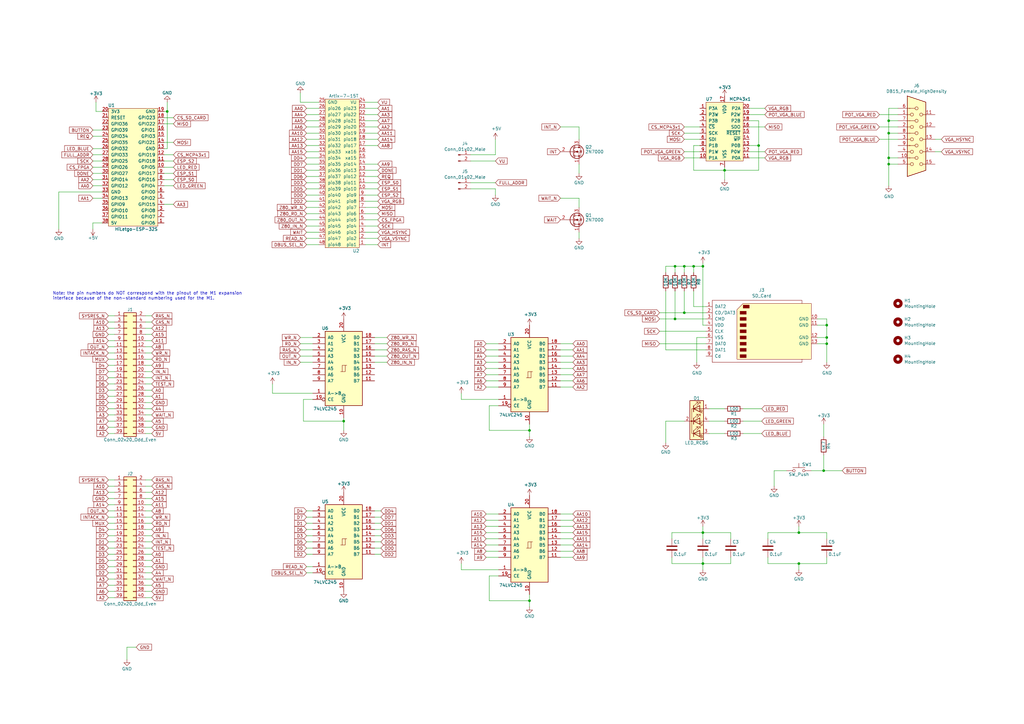
<source format=kicad_sch>
(kicad_sch (version 20211123) (generator eeschema)
  (paper "A3")
  (title_block (title "TRS-IO-XRAY M1") (date "2022-01-02") (rev "V1.2-XRAY") (comment 3 "Title: TRS-IO-XRAY for the TRS-80 Model 1") (comment 4 "Author: Arno Puder"))
  (lib_symbols
    (symbol "74xx:74HC245" (pin_names (offset 1.016))
      (property "Reference" "U" (at -7.62 16.51 0))
      (property "Value" "74HC245" (at -7.62 -16.51 0))
      (symbol "74HC245_1_0"
        (pin input line (at -12.7 -10.16 0) (length 5.08) (name "A->B") (number "1"))
        (pin power_in line (at 0 -20.32 90) (length 5.08) (name "GND") (number "10"))
        (pin tri_state line (at 12.7 -5.08 180) (length 5.08) (name "B7") (number "11"))
        (pin tri_state line (at 12.7 -2.54 180) (length 5.08) (name "B6") (number "12"))
        (pin tri_state line (at 12.7 0 180) (length 5.08) (name "B5") (number "13"))
        (pin tri_state line (at 12.7 2.54 180) (length 5.08) (name "B4") (number "14"))
        (pin tri_state line (at 12.7 5.08 180) (length 5.08) (name "B3") (number "15"))
        (pin tri_state line (at 12.7 7.62 180) (length 5.08) (name "B2") (number "16"))
        (pin tri_state line (at 12.7 10.16 180) (length 5.08) (name "B1") (number "17"))
        (pin tri_state line (at 12.7 12.7 180) (length 5.08) (name "B0") (number "18"))
        (pin input inverted (at -12.7 -12.7 0) (length 5.08) (name "CE") (number "19"))
        (pin tri_state line (at -12.7 12.7 0) (length 5.08) (name "A0") (number "2"))
        (pin power_in line (at 0 20.32 270) (length 5.08) (name "VCC") (number "20"))
        (pin tri_state line (at -12.7 10.16 0) (length 5.08) (name "A1") (number "3"))
        (pin tri_state line (at -12.7 7.62 0) (length 5.08) (name "A2") (number "4"))
        (pin tri_state line (at -12.7 5.08 0) (length 5.08) (name "A3") (number "5"))
        (pin tri_state line (at -12.7 2.54 0) (length 5.08) (name "A4") (number "6"))
        (pin tri_state line (at -12.7 0 0) (length 5.08) (name "A5") (number "7"))
        (pin tri_state line (at -12.7 -2.54 0) (length 5.08) (name "A6") (number "8"))
        (pin tri_state line (at -12.7 -5.08 0) (length 5.08) (name "A7") (number "9"))
      )
    )
    (symbol "74xx:74LS245" (pin_names (offset 1.016))
      (property "Reference" "U" (at -7.62 16.51 0))
      (property "Value" "74LS245" (at -7.62 -16.51 0))
      (symbol "74LS245_1_0"
        (pin input line (at -12.7 -10.16 0) (length 5.08) (name "A->B") (number "1"))
        (pin power_in line (at 0 -20.32 90) (length 5.08) (name "GND") (number "10"))
        (pin tri_state line (at 12.7 -5.08 180) (length 5.08) (name "B7") (number "11"))
        (pin tri_state line (at 12.7 -2.54 180) (length 5.08) (name "B6") (number "12"))
        (pin tri_state line (at 12.7 0 180) (length 5.08) (name "B5") (number "13"))
        (pin tri_state line (at 12.7 2.54 180) (length 5.08) (name "B4") (number "14"))
        (pin tri_state line (at 12.7 5.08 180) (length 5.08) (name "B3") (number "15"))
        (pin tri_state line (at 12.7 7.62 180) (length 5.08) (name "B2") (number "16"))
        (pin tri_state line (at 12.7 10.16 180) (length 5.08) (name "B1") (number "17"))
        (pin tri_state line (at 12.7 12.7 180) (length 5.08) (name "B0") (number "18"))
        (pin input inverted (at -12.7 -12.7 0) (length 5.08) (name "CE") (number "19"))
        (pin tri_state line (at -12.7 12.7 0) (length 5.08) (name "A0") (number "2"))
        (pin power_in line (at 0 20.32 270) (length 5.08) (name "VCC") (number "20"))
        (pin tri_state line (at -12.7 10.16 0) (length 5.08) (name "A1") (number "3"))
        (pin tri_state line (at -12.7 7.62 0) (length 5.08) (name "A2") (number "4"))
        (pin tri_state line (at -12.7 5.08 0) (length 5.08) (name "A3") (number "5"))
        (pin tri_state line (at -12.7 2.54 0) (length 5.08) (name "A4") (number "6"))
        (pin tri_state line (at -12.7 0 0) (length 5.08) (name "A5") (number "7"))
        (pin tri_state line (at -12.7 -2.54 0) (length 5.08) (name "A6") (number "8"))
        (pin tri_state line (at -12.7 -5.08 0) (length 5.08) (name "A7") (number "9"))
      )
    )
    (symbol "Connector:Conn_01x02_Male" (pin_names (offset 1.016) hide)
      (property "Reference" "J" (at 0 2.54 0))
      (property "Value" "Conn_01x02_Male" (at 0 -5.08 0))
      (symbol "Conn_01x02_Male_1_1"
        (pin passive line (at 5.08 0 180) (length 3.81) (name "Pin_1") (number "1"))
        (pin passive line (at 5.08 -2.54 180) (length 3.81) (name "Pin_2") (number "2"))
      )
    )
    (symbol "Connector:DB15_Female_HighDensity" (pin_names (offset 1.016) hide)
      (property "Reference" "J" (at 0 21.59 0))
      (property "Value" "DB15_Female_HighDensity" (at 0 19.05 0))
      (symbol "DB15_Female_HighDensity_1_1"
        (pin passive line (at -7.62 10.16 0) (length 5.08) (name "~") (number "1"))
        (pin passive line (at -7.62 -7.62 0) (length 5.08) (name "~") (number "10"))
        (pin passive line (at 7.62 10.16 180) (length 5.08) (name "~") (number "11"))
        (pin passive line (at 7.62 5.08 180) (length 5.08) (name "~") (number "12"))
        (pin passive line (at 7.62 0 180) (length 5.08) (name "~") (number "13"))
        (pin passive line (at 7.62 -5.08 180) (length 5.08) (name "~") (number "14"))
        (pin passive line (at 7.62 -10.16 180) (length 5.08) (name "~") (number "15"))
        (pin passive line (at -7.62 5.08 0) (length 5.08) (name "~") (number "2"))
        (pin passive line (at -7.62 0 0) (length 5.08) (name "~") (number "3"))
        (pin passive line (at -7.62 -5.08 0) (length 5.08) (name "~") (number "4"))
        (pin passive line (at -7.62 -10.16 0) (length 5.08) (name "~") (number "5"))
        (pin passive line (at -7.62 12.7 0) (length 5.08) (name "~") (number "6"))
        (pin passive line (at -7.62 7.62 0) (length 5.08) (name "~") (number "7"))
        (pin passive line (at -7.62 2.54 0) (length 5.08) (name "~") (number "8"))
        (pin passive line (at -7.62 -2.54 0) (length 5.08) (name "~") (number "9"))
      )
    )
    (symbol "Connector_Generic:Conn_02x20_Odd_Even" (pin_names (offset 1.016) hide)
      (property "Reference" "J" (at 1.27 25.4 0))
      (property "Value" "Conn_02x20_Odd_Even" (at 1.27 -27.94 0))
      (symbol "Conn_02x20_Odd_Even_1_1"
        (pin passive line (at -5.08 22.86 0) (length 3.81) (name "Pin_1") (number "1"))
        (pin passive line (at 7.62 12.7 180) (length 3.81) (name "Pin_10") (number "10"))
        (pin passive line (at -5.08 10.16 0) (length 3.81) (name "Pin_11") (number "11"))
        (pin passive line (at 7.62 10.16 180) (length 3.81) (name "Pin_12") (number "12"))
        (pin passive line (at -5.08 7.62 0) (length 3.81) (name "Pin_13") (number "13"))
        (pin passive line (at 7.62 7.62 180) (length 3.81) (name "Pin_14") (number "14"))
        (pin passive line (at -5.08 5.08 0) (length 3.81) (name "Pin_15") (number "15"))
        (pin passive line (at 7.62 5.08 180) (length 3.81) (name "Pin_16") (number "16"))
        (pin passive line (at -5.08 2.54 0) (length 3.81) (name "Pin_17") (number "17"))
        (pin passive line (at 7.62 2.54 180) (length 3.81) (name "Pin_18") (number "18"))
        (pin passive line (at -5.08 0 0) (length 3.81) (name "Pin_19") (number "19"))
        (pin passive line (at 7.62 22.86 180) (length 3.81) (name "Pin_2") (number "2"))
        (pin passive line (at 7.62 0 180) (length 3.81) (name "Pin_20") (number "20"))
        (pin passive line (at -5.08 -2.54 0) (length 3.81) (name "Pin_21") (number "21"))
        (pin passive line (at 7.62 -2.54 180) (length 3.81) (name "Pin_22") (number "22"))
        (pin passive line (at -5.08 -5.08 0) (length 3.81) (name "Pin_23") (number "23"))
        (pin passive line (at 7.62 -5.08 180) (length 3.81) (name "Pin_24") (number "24"))
        (pin passive line (at -5.08 -7.62 0) (length 3.81) (name "Pin_25") (number "25"))
        (pin passive line (at 7.62 -7.62 180) (length 3.81) (name "Pin_26") (number "26"))
        (pin passive line (at -5.08 -10.16 0) (length 3.81) (name "Pin_27") (number "27"))
        (pin passive line (at 7.62 -10.16 180) (length 3.81) (name "Pin_28") (number "28"))
        (pin passive line (at -5.08 -12.7 0) (length 3.81) (name "Pin_29") (number "29"))
        (pin passive line (at -5.08 20.32 0) (length 3.81) (name "Pin_3") (number "3"))
        (pin passive line (at 7.62 -12.7 180) (length 3.81) (name "Pin_30") (number "30"))
        (pin passive line (at -5.08 -15.24 0) (length 3.81) (name "Pin_31") (number "31"))
        (pin passive line (at 7.62 -15.24 180) (length 3.81) (name "Pin_32") (number "32"))
        (pin passive line (at -5.08 -17.78 0) (length 3.81) (name "Pin_33") (number "33"))
        (pin passive line (at 7.62 -17.78 180) (length 3.81) (name "Pin_34") (number "34"))
        (pin passive line (at -5.08 -20.32 0) (length 3.81) (name "Pin_35") (number "35"))
        (pin passive line (at 7.62 -20.32 180) (length 3.81) (name "Pin_36") (number "36"))
        (pin passive line (at -5.08 -22.86 0) (length 3.81) (name "Pin_37") (number "37"))
        (pin passive line (at 7.62 -22.86 180) (length 3.81) (name "Pin_38") (number "38"))
        (pin passive line (at -5.08 -25.4 0) (length 3.81) (name "Pin_39") (number "39"))
        (pin passive line (at 7.62 20.32 180) (length 3.81) (name "Pin_4") (number "4"))
        (pin passive line (at 7.62 -25.4 180) (length 3.81) (name "Pin_40") (number "40"))
        (pin passive line (at -5.08 17.78 0) (length 3.81) (name "Pin_5") (number "5"))
        (pin passive line (at 7.62 17.78 180) (length 3.81) (name "Pin_6") (number "6"))
        (pin passive line (at -5.08 15.24 0) (length 3.81) (name "Pin_7") (number "7"))
        (pin passive line (at 7.62 15.24 180) (length 3.81) (name "Pin_8") (number "8"))
        (pin passive line (at -5.08 12.7 0) (length 3.81) (name "Pin_9") (number "9"))
      )
    )
    (symbol "Device:C" (pin_numbers hide) (pin_names (offset 0.254))
      (property "Reference" "C" (at 0.635 2.54 0))
      (property "Value" "C" (at 0.635 -2.54 0))
      (symbol "C_1_1"
        (pin passive line (at 0 3.81 270) (length 2.794) (name "~") (number "1"))
        (pin passive line (at 0 -3.81 90) (length 2.794) (name "~") (number "2"))
      )
    )
    (symbol "Device:LED_RCBG" (pin_names (offset 0) hide)
      (property "Reference" "D" (at 0 9.398 0))
      (property "Value" "Device_LED_RCBG" (at 0 -8.89 0))
      (symbol "LED_RCBG_0_0"
        (text "B" (at 1.905 -6.35 0) (effects (font (size 1.27 1.27))))
        (text "G" (at 1.905 -1.27 0) (effects (font (size 1.27 1.27))))
        (text "R" (at 1.905 3.81 0) (effects (font (size 1.27 1.27))))
      )
      (symbol "LED_RCBG_1_1"
        (pin passive line (at 5.08 5.08 180) (length 2.54) (name "RA") (number "1"))
        (pin passive line (at -5.08 0 0) (length 2.54) (name "K") (number "2"))
        (pin passive line (at 5.08 -5.08 180) (length 2.54) (name "BA") (number "3"))
        (pin passive line (at 5.08 0 180) (length 2.54) (name "GA") (number "4"))
      )
    )
    (symbol "Device:R" (pin_numbers hide) (pin_names (offset 0))
      (property "Reference" "R" (at 2.032 0 90))
      (property "Value" "R" (at 0 0 90))
      (symbol "R_1_1"
        (pin passive line (at 0 3.81 270) (length 1.27) (name "~") (number "1"))
        (pin passive line (at 0 -3.81 90) (length 1.27) (name "~") (number "2"))
      )
    )
    (symbol "ESP-AP:HiLetgo-ESP-32S" (pin_names (offset 1.016))
      (property "Reference" "U" (at -8.89 26.67 0))
      (property "Value" "HiLetgo-ESP-32S" (at 1.27 -24.13 0))
      (symbol "HiLetgo-ESP-32S_1_1"
        (pin bidirectional line (at 12.7 -21.59 180) (length 2.54) (name "GPIO6") (number "1"))
        (pin bidirectional line (at 12.7 1.27 180) (length 2.54) (name "GPIO5") (number "10"))
        (pin bidirectional line (at 12.7 3.81 180) (length 2.54) (name "GPIO18") (number "11"))
        (pin bidirectional line (at 12.7 6.35 180) (length 2.54) (name "GPIO19") (number "12"))
        (pin power_in line (at 12.7 8.89 180) (length 2.54) (name "GND") (number "13"))
        (pin bidirectional line (at 12.7 11.43 180) (length 2.54) (name "GPIO21") (number "14"))
        (pin bidirectional line (at 12.7 13.97 180) (length 2.54) (name "GPIO3") (number "15"))
        (pin bidirectional line (at 12.7 16.51 180) (length 2.54) (name "GPIO1") (number "16"))
        (pin bidirectional line (at 12.7 19.05 180) (length 2.54) (name "GPIO22") (number "17"))
        (pin bidirectional line (at 12.7 21.59 180) (length 2.54) (name "GPIO23") (number "18"))
        (pin power_in line (at 12.7 24.13 180) (length 2.54) (name "GND") (number "19"))
        (pin bidirectional line (at 12.7 -19.05 180) (length 2.54) (name "GPIO7") (number "2"))
        (pin power_in line (at -12.7 24.13 0) (length 2.54) (name "3V3") (number "20"))
        (pin input line (at -12.7 21.59 0) (length 2.54) (name "RESET") (number "21"))
        (pin input line (at -12.7 19.05 0) (length 2.54) (name "GPIO36") (number "22"))
        (pin input line (at -12.7 16.51 0) (length 2.54) (name "GPIO39") (number "23"))
        (pin input line (at -12.7 13.97 0) (length 2.54) (name "GPIO34") (number "24"))
        (pin input line (at -12.7 11.43 0) (length 2.54) (name "GPIO35") (number "25"))
        (pin bidirectional line (at -12.7 8.89 0) (length 2.54) (name "GPIO32") (number "26"))
        (pin bidirectional line (at -12.7 6.35 0) (length 2.54) (name "GPIO33") (number "27"))
        (pin bidirectional line (at -12.7 3.81 0) (length 2.54) (name "GPIO25") (number "28"))
        (pin bidirectional line (at -12.7 1.27 0) (length 2.54) (name "GPIO26") (number "29"))
        (pin bidirectional line (at 12.7 -16.51 180) (length 2.54) (name "GPIO8") (number "3"))
        (pin bidirectional line (at -12.7 -1.27 0) (length 2.54) (name "GPIO27") (number "30"))
        (pin bidirectional line (at -12.7 -3.81 0) (length 2.54) (name "GPIO14") (number "31"))
        (pin bidirectional line (at -12.7 -6.35 0) (length 2.54) (name "GPIO12") (number "32"))
        (pin power_in line (at -12.7 -8.89 0) (length 2.54) (name "GND") (number "33"))
        (pin bidirectional line (at -12.7 -11.43 0) (length 2.54) (name "GPIO13") (number "34"))
        (pin bidirectional line (at -12.7 -13.97 0) (length 2.54) (name "GPIO9") (number "35"))
        (pin bidirectional line (at -12.7 -16.51 0) (length 2.54) (name "GPIO10") (number "36"))
        (pin bidirectional line (at -12.7 -19.05 0) (length 2.54) (name "GPIO11") (number "37"))
        (pin power_in line (at -12.7 -21.59 0) (length 2.54) (name "5V") (number "38"))
        (pin bidirectional line (at 12.7 -13.97 180) (length 2.54) (name "GPIO15") (number "4"))
        (pin bidirectional line (at 12.7 -11.43 180) (length 2.54) (name "GPIO2") (number "5"))
        (pin bidirectional line (at 12.7 -8.89 180) (length 2.54) (name "GPIO0") (number "6"))
        (pin bidirectional line (at 12.7 -6.35 180) (length 2.54) (name "GPIO4") (number "7"))
        (pin bidirectional line (at 12.7 -3.81 180) (length 2.54) (name "GPIO16") (number "8"))
        (pin bidirectional line (at 12.7 -1.27 180) (length 2.54) (name "GPIO17") (number "9"))
      )
    )
    (symbol "FPGA-AP:Artix-7-15T" (pin_names (offset 1.016))
      (property "Reference" "U" (at -5.08 34.29 0))
      (property "Value" "Artix-7-15T" (at 0 -30.48 0))
      (symbol "Artix-7-15T_1_1"
        (pin tri_state line (at -8.89 31.75 0) (length 2.54) (name "pio1") (number "1"))
        (pin tri_state line (at -8.89 8.89 0) (length 2.54) (name "pio10") (number "10"))
        (pin tri_state line (at -8.89 6.35 0) (length 2.54) (name "pio11") (number "11"))
        (pin tri_state line (at -8.89 3.81 0) (length 2.54) (name "pio12") (number "12"))
        (pin tri_state line (at -8.89 1.27 0) (length 2.54) (name "pio13") (number "13"))
        (pin tri_state line (at -8.89 -1.27 0) (length 2.54) (name "pio14") (number "14"))
        (pin tri_state line (at -8.89 -3.81 0) (length 2.54) (name "xa15") (number "15"))
        (pin tri_state line (at -8.89 -6.35 0) (length 2.54) (name "xa16") (number "16"))
        (pin tri_state line (at -8.89 -8.89 0) (length 2.54) (name "pio17") (number "17"))
        (pin tri_state line (at -8.89 -11.43 0) (length 2.54) (name "pio18") (number "18"))
        (pin tri_state line (at -8.89 -13.97 0) (length 2.54) (name "pio19") (number "19"))
        (pin tri_state line (at -8.89 29.21 0) (length 2.54) (name "pio2") (number "2"))
        (pin tri_state line (at -8.89 -16.51 0) (length 2.54) (name "pio20") (number "20"))
        (pin tri_state line (at -8.89 -19.05 0) (length 2.54) (name "pio21") (number "21"))
        (pin tri_state line (at -8.89 -21.59 0) (length 2.54) (name "pio22") (number "22"))
        (pin tri_state line (at -8.89 -24.13 0) (length 2.54) (name "pio23") (number "23"))
        (pin power_in line (at -8.89 -26.67 0) (length 2.54) (name "VU") (number "24"))
        (pin input line (at 10.16 -26.67 180) (length 2.54) (name "GND") (number "25"))
        (pin tri_state line (at 10.16 -24.13 180) (length 2.54) (name "pio26") (number "26"))
        (pin tri_state line (at 10.16 -21.59 180) (length 2.54) (name "pio27") (number "27"))
        (pin tri_state line (at 10.16 -19.05 180) (length 2.54) (name "pio28") (number "28"))
        (pin tri_state line (at 10.16 -16.51 180) (length 2.54) (name "pio29") (number "29"))
        (pin tri_state line (at -8.89 26.67 0) (length 2.54) (name "pio3") (number "3"))
        (pin tri_state line (at 10.16 -13.97 180) (length 2.54) (name "pio30") (number "30"))
        (pin tri_state line (at 10.16 -11.43 180) (length 2.54) (name "pio31") (number "31"))
        (pin tri_state line (at 10.16 -8.89 180) (length 2.54) (name "pio32") (number "32"))
        (pin tri_state line (at 10.16 -6.35 180) (length 2.54) (name "pio33") (number "33"))
        (pin tri_state line (at 10.16 -3.81 180) (length 2.54) (name "pio34") (number "34"))
        (pin tri_state line (at 10.16 -1.27 180) (length 2.54) (name "pio35") (number "35"))
        (pin tri_state line (at 10.16 1.27 180) (length 2.54) (name "pio36") (number "36"))
        (pin tri_state line (at 10.16 3.81 180) (length 2.54) (name "pio37") (number "37"))
        (pin tri_state line (at 10.16 6.35 180) (length 2.54) (name "pio38") (number "38"))
        (pin tri_state line (at 10.16 8.89 180) (length 2.54) (name "pio39") (number "39"))
        (pin tri_state line (at -8.89 24.13 0) (length 2.54) (name "pio4") (number "4"))
        (pin tri_state line (at 10.16 11.43 180) (length 2.54) (name "pio40") (number "40"))
        (pin tri_state line (at 10.16 13.97 180) (length 2.54) (name "pio41") (number "41"))
        (pin tri_state line (at 10.16 16.51 180) (length 2.54) (name "pio42") (number "42"))
        (pin tri_state line (at 10.16 19.05 180) (length 2.54) (name "pio43") (number "43"))
        (pin tri_state line (at 10.16 21.59 180) (length 2.54) (name "pio44") (number "44"))
        (pin tri_state line (at 10.16 24.13 180) (length 2.54) (name "pio45") (number "45"))
        (pin tri_state line (at 10.16 26.67 180) (length 2.54) (name "pio46") (number "46"))
        (pin tri_state line (at 10.16 29.21 180) (length 2.54) (name "pio47") (number "47"))
        (pin tri_state line (at 10.16 31.75 180) (length 2.54) (name "pio48") (number "48"))
        (pin tri_state line (at -8.89 21.59 0) (length 2.54) (name "pio5") (number "5"))
        (pin tri_state line (at -8.89 19.05 0) (length 2.54) (name "pio6") (number "6"))
        (pin tri_state line (at -8.89 16.51 0) (length 2.54) (name "pio7") (number "7"))
        (pin tri_state line (at -8.89 13.97 0) (length 2.54) (name "pio8") (number "8"))
        (pin tri_state line (at -8.89 11.43 0) (length 2.54) (name "pio9") (number "9"))
      )
    )
    (symbol "MCP43X1:MCP43x1" (pin_names (offset 1.016))
      (property "Reference" "U" (at -6.35 13.97 0))
      (property "Value" "MCP43x1" (at 6.35 13.97 0))
      (symbol "MCP43x1_1_1"
        (pin input line (at -10.16 10.16 0) (length 2.54) (name "P3A") (number "1"))
        (pin input line (at -10.16 -10.16 0) (length 2.54) (name "P1A") (number "10"))
        (pin input line (at 10.16 -10.16 180) (length 2.54) (name "P0A") (number "11"))
        (pin input line (at 10.16 -7.62 180) (length 2.54) (name "P0W") (number "12"))
        (pin input line (at 10.16 -5.08 180) (length 2.54) (name "P0B") (number "13"))
        (pin input line (at 10.16 -2.54 180) (length 2.54) (name "~{WP}") (number "14"))
        (pin input line (at 10.16 0 180) (length 2.54) (name "~{RESET}") (number "15"))
        (pin input line (at 10.16 2.54 180) (length 2.54) (name "SDO") (number "16"))
        (pin power_in line (at 0 15.24 270) (length 2.54) (name "VDD") (number "17"))
        (pin input line (at 10.16 5.08 180) (length 2.54) (name "P2B") (number "18"))
        (pin input line (at 10.16 7.62 180) (length 2.54) (name "P2W") (number "19"))
        (pin input line (at -10.16 7.62 0) (length 2.54) (name "P3W") (number "2"))
        (pin input line (at 10.16 10.16 180) (length 2.54) (name "P2A") (number "20"))
        (pin input line (at -10.16 5.08 0) (length 2.54) (name "P3B") (number "3"))
        (pin input line (at -10.16 2.54 0) (length 2.54) (name "~{CS}") (number "4"))
        (pin input line (at -10.16 0 0) (length 2.54) (name "SCK") (number "5"))
        (pin input line (at -10.16 -2.54 0) (length 2.54) (name "SDI") (number "6"))
        (pin power_in line (at 0 -13.97 90) (length 2.54) (name "VSS") (number "7"))
        (pin input line (at -10.16 -5.08 0) (length 2.54) (name "P1B") (number "8"))
        (pin input line (at -10.16 -7.62 0) (length 2.54) (name "P1W") (number "9"))
      )
    )
    (symbol "MYLIB:SD_Card" (pin_names (offset 1.016))
      (property "Reference" "J" (at -16.51 13.97 0))
      (property "Value" "SD_Card" (at 15.24 -13.97 0))
      (symbol "SD_Card_1_1"
        (pin input line (at -22.86 10.16 0) (length 2.54) (name "DAT2") (number "1"))
        (pin input line (at 22.86 5.08 180) (length 2.54) (name "GND") (number "10"))
        (pin input line (at 22.86 2.54 180) (length 2.54) (name "GND") (number "11"))
        (pin input line (at 22.86 -2.54 180) (length 2.54) (name "GND") (number "12"))
        (pin input line (at 22.86 -5.08 180) (length 2.54) (name "GND") (number "13"))
        (pin input line (at -22.86 7.62 0) (length 2.54) (name "CD/DAT3") (number "2"))
        (pin input line (at -22.86 5.08 0) (length 2.54) (name "CMD") (number "3"))
        (pin power_in line (at -22.86 2.54 0) (length 2.54) (name "VDD") (number "4"))
        (pin power_in line (at -22.86 0 0) (length 2.54) (name "CLK") (number "5"))
        (pin input line (at -22.86 -2.54 0) (length 2.54) (name "VSS") (number "6"))
        (pin power_in line (at -22.86 -5.08 0) (length 2.54) (name "DAT0") (number "7"))
        (pin input line (at -22.86 -7.62 0) (length 2.54) (name "DAT1") (number "8"))
        (pin input line (at -22.86 -10.16 0) (length 2.54) (name "Cd") (number "9"))
      )
    )
    (symbol "Mechanical:MountingHole" (pin_names (offset 1.016))
      (property "Reference" "H" (at 0 5.08 0))
      (property "Value" "MountingHole" (at 0 3.175 0))
    )
    (symbol "Switch:SW_Push" (pin_numbers hide) (pin_names (offset 1.016) hide)
      (property "Reference" "SW" (at 1.27 2.54 0))
      (property "Value" "SW_Push" (at 0 -1.524 0))
      (symbol "SW_Push_0_1"
        (pin passive line (at -5.08 0 0) (length 2.54) (name "1") (number "1"))
        (pin passive line (at 5.08 0 180) (length 2.54) (name "2") (number "2"))
      )
    )
    (symbol "Transistor_FET:2N7000" (pin_names hide)
      (property "Reference" "Q" (at 5.08 1.905 0))
      (property "Value" "2N7000" (at 5.08 0 0))
      (symbol "2N7000_1_1"
        (pin passive line (at 2.54 -5.08 90) (length 2.54) (name "S") (number "1"))
        (pin input line (at -5.08 0 0) (length 2.54) (name "G") (number "2"))
        (pin passive line (at 2.54 5.08 270) (length 2.54) (name "D") (number "3"))
      )
    )
    (symbol "power:+3.3V" (power) (pin_names (offset 0))
      (property "Value" "+3.3V" (at 0 3.556 0))
      (symbol "+3.3V_1_1"
        (pin power_in line (at 0 0 90) (length 0) hide (name "+3V3") (number "1"))
      )
    )
    (symbol "power:+5V" (power) (pin_names (offset 0))
      (property "Value" "+5V" (at 0 3.556 0))
      (symbol "+5V_1_1"
        (pin power_in line (at 0 0 90) (length 0) hide (name "+5V") (number "1"))
      )
    )
    (symbol "power:GND" (power) (pin_names (offset 0))
      (property "Value" "GND" (at 0 -3.81 0))
      (symbol "GND_1_1"
        (pin power_in line (at 0 0 270) (length 0) hide (name "GND") (number "1"))
      )
    )
  )
  (junction (at 288.29 109.22))
  (junction (at 364.49 67.31))
  (junction (at 339.09 140.97))
  (junction (at 140.97 172.72))
  (junction (at 276.86 109.22))
  (junction (at 288.29 231.14))
  (junction (at 284.48 109.22))
  (junction (at 217.17 246.38))
  (junction (at 327.66 231.14))
  (junction (at 327.66 218.44))
  (junction (at 339.09 138.43))
  (junction (at 364.49 64.77))
  (junction (at 311.15 59.69))
  (junction (at 364.49 54.61))
  (junction (at 68.58 45.72))
  (junction (at 280.67 109.22))
  (junction (at 217.17 176.53))
  (junction (at 337.82 193.04))
  (junction (at 297.18 69.85))
  (junction (at 364.49 49.53))
  (junction (at 276.86 130.81))
  (junction (at 280.67 128.27))
  (junction (at 339.09 133.35))
  (junction (at 288.29 218.44))
  (wire (pts (xy 62.23 139.7) (xy 59.69 139.7)))
  (wire (pts (xy 41.91 91.44) (xy 38.1 91.44)))
  (wire (pts (xy 68.58 45.72) (xy 68.58 60.96)))
  (wire (pts (xy 41.91 45.72) (xy 39.37 45.72)))
  (wire (pts (xy 337.82 173.99) (xy 337.82 179.07)))
  (wire (pts (xy 125.73 85.09) (xy 130.81 85.09)))
  (wire (pts (xy 335.28 140.97) (xy 339.09 140.97)))
  (wire (pts (xy 280.67 57.15) (xy 287.02 57.15)))
  (wire (pts (xy 68.58 60.96) (xy 67.31 60.96)))
  (wire (pts (xy 285.75 138.43) (xy 285.75 148.59)))
  (wire (pts (xy 339.09 218.44) (xy 339.09 220.98)))
  (wire (pts (xy 46.99 157.48) (xy 44.45 157.48)))
  (wire (pts (xy 62.23 172.72) (xy 59.69 172.72)))
  (wire (pts (xy 199.39 210.82) (xy 204.47 210.82)))
  (wire (pts (xy 46.99 199.39) (xy 44.45 199.39)))
  (wire (pts (xy 153.67 146.05) (xy 158.75 146.05)))
  (wire (pts (xy 125.73 59.69) (xy 130.81 59.69)))
  (wire (pts (xy 153.67 138.43) (xy 158.75 138.43)))
  (wire (pts (xy 149.86 90.17) (xy 154.94 90.17)))
  (wire (pts (xy 46.99 240.03) (xy 44.45 240.03)))
  (wire (pts (xy 125.73 222.25) (xy 128.27 222.25)))
  (wire (pts (xy 280.67 62.23) (xy 287.02 62.23)))
  (wire (pts (xy 335.28 130.81) (xy 339.09 130.81)))
  (wire (pts (xy 337.82 186.69) (xy 337.82 193.04)))
  (wire (pts (xy 123.19 138.43) (xy 128.27 138.43)))
  (wire (pts (xy 46.99 132.08) (xy 44.45 132.08)))
  (wire (pts (xy 339.09 140.97) (xy 339.09 148.59)))
  (wire (pts (xy 153.67 143.51) (xy 158.75 143.51)))
  (wire (pts (xy 125.73 209.55) (xy 128.27 209.55)))
  (wire (pts (xy 46.99 219.71) (xy 44.45 219.71)))
  (wire (pts (xy 199.39 213.36) (xy 204.47 213.36)))
  (wire (pts (xy 71.12 50.8) (xy 67.31 50.8)))
  (wire (pts (xy 280.67 54.61) (xy 287.02 54.61)))
  (wire (pts (xy 46.99 207.01) (xy 44.45 207.01)))
  (wire (pts (xy 289.56 135.89) (xy 270.51 135.89)))
  (wire (pts (xy 280.67 52.07) (xy 287.02 52.07)))
  (wire (pts (xy 149.86 46.99) (xy 154.94 46.99)))
  (wire (pts (xy 229.87 218.44) (xy 234.95 218.44)))
  (wire (pts (xy 125.73 57.15) (xy 130.81 57.15)))
  (wire (pts (xy 46.99 134.62) (xy 44.45 134.62)))
  (wire (pts (xy 52.07 265.43) (xy 55.88 265.43)))
  (wire (pts (xy 229.87 143.51) (xy 234.95 143.51)))
  (wire (pts (xy 289.56 133.35) (xy 288.29 133.35)))
  (wire (pts (xy 125.73 67.31) (xy 130.81 67.31)))
  (wire (pts (xy 193.04 63.5) (xy 203.2 63.5)))
  (wire (pts (xy 62.23 201.93) (xy 59.69 201.93)))
  (wire (pts (xy 149.86 41.91) (xy 154.94 41.91)))
  (wire (pts (xy 339.09 133.35) (xy 339.09 138.43)))
  (wire (pts (xy 38.1 63.5) (xy 41.91 63.5)))
  (wire (pts (xy 153.67 212.09) (xy 156.21 212.09)))
  (wire (pts (xy 229.87 228.6) (xy 234.95 228.6)))
  (wire (pts (xy 273.05 181.61) (xy 273.05 172.72)))
  (wire (pts (xy 284.48 125.73) (xy 289.56 125.73)))
  (wire (pts (xy 38.1 91.44) (xy 38.1 93.98)))
  (wire (pts (xy 38.1 76.2) (xy 41.91 76.2)))
  (wire (pts (xy 288.29 218.44) (xy 299.72 218.44)))
  (wire (pts (xy 313.69 52.07) (xy 307.34 52.07)))
  (wire (pts (xy 368.3 64.77) (xy 364.49 64.77)))
  (wire (pts (xy 46.99 165.1) (xy 44.45 165.1)))
  (wire (pts (xy 149.86 52.07) (xy 154.94 52.07)))
  (wire (pts (xy 38.1 53.34) (xy 41.91 53.34)))
  (wire (pts (xy 62.23 170.18) (xy 59.69 170.18)))
  (wire (pts (xy 229.87 213.36) (xy 234.95 213.36)))
  (wire (pts (xy 314.96 220.98) (xy 314.96 218.44)))
  (wire (pts (xy 46.99 217.17) (xy 44.45 217.17)))
  (wire (pts (xy 46.99 234.95) (xy 44.45 234.95)))
  (wire (pts (xy 288.29 215.9) (xy 288.29 218.44)))
  (wire (pts (xy 62.23 134.62) (xy 59.69 134.62)))
  (wire (pts (xy 153.67 148.59) (xy 158.75 148.59)))
  (wire (pts (xy 273.05 172.72) (xy 280.67 172.72)))
  (wire (pts (xy 125.73 212.09) (xy 128.27 212.09)))
  (wire (pts (xy 304.8 167.64) (xy 312.42 167.64)))
  (wire (pts (xy 154.94 97.79) (xy 149.86 97.79)))
  (wire (pts (xy 313.69 44.45) (xy 307.34 44.45)))
  (wire (pts (xy 62.23 212.09) (xy 59.69 212.09)))
  (wire (pts (xy 41.91 55.88) (xy 38.1 55.88)))
  (wire (pts (xy 62.23 219.71) (xy 59.69 219.71)))
  (wire (pts (xy 229.87 81.28) (xy 237.49 81.28)))
  (wire (pts (xy 125.73 100.33) (xy 130.81 100.33)))
  (wire (pts (xy 123.19 41.91) (xy 123.19 38.1)))
  (wire (pts (xy 125.73 95.25) (xy 130.81 95.25)))
  (wire (pts (xy 62.23 144.78) (xy 59.69 144.78)))
  (wire (pts (xy 290.83 177.8) (xy 297.18 177.8)))
  (wire (pts (xy 149.86 59.69) (xy 154.94 59.69)))
  (wire (pts (xy 280.67 111.76) (xy 280.67 109.22)))
  (wire (pts (xy 217.17 246.38) (xy 200.66 246.38)))
  (wire (pts (xy 276.86 119.38) (xy 276.86 130.81)))
  (wire (pts (xy 46.99 204.47) (xy 44.45 204.47)))
  (wire (pts (xy 154.94 82.55) (xy 149.86 82.55)))
  (wire (pts (xy 62.23 227.33) (xy 59.69 227.33)))
  (wire (pts (xy 275.59 218.44) (xy 288.29 218.44)))
  (wire (pts (xy 149.86 57.15) (xy 154.94 57.15)))
  (wire (pts (xy 368.3 54.61) (xy 364.49 54.61)))
  (wire (pts (xy 68.58 41.91) (xy 68.58 45.72)))
  (wire (pts (xy 276.86 109.22) (xy 280.67 109.22)))
  (wire (pts (xy 153.67 140.97) (xy 158.75 140.97)))
  (wire (pts (xy 275.59 220.98) (xy 275.59 218.44)))
  (wire (pts (xy 62.23 229.87) (xy 59.69 229.87)))
  (wire (pts (xy 123.19 143.51) (xy 128.27 143.51)))
  (wire (pts (xy 199.39 218.44) (xy 204.47 218.44)))
  (wire (pts (xy 62.23 245.11) (xy 59.69 245.11)))
  (wire (pts (xy 273.05 109.22) (xy 276.86 109.22)))
  (wire (pts (xy 46.99 224.79) (xy 44.45 224.79)))
  (wire (pts (xy 41.91 68.58) (xy 38.1 68.58)))
  (wire (pts (xy 38.1 60.96) (xy 41.91 60.96)))
  (wire (pts (xy 125.73 82.55) (xy 130.81 82.55)))
  (wire (pts (xy 125.73 227.33) (xy 128.27 227.33)))
  (wire (pts (xy 125.73 46.99) (xy 130.81 46.99)))
  (wire (pts (xy 237.49 67.31) (xy 237.49 71.12)))
  (wire (pts (xy 71.12 76.2) (xy 67.31 76.2)))
  (wire (pts (xy 297.18 69.85) (xy 297.18 73.66)))
  (wire (pts (xy 52.07 270.51) (xy 52.07 265.43)))
  (wire (pts (xy 62.23 175.26) (xy 59.69 175.26)))
  (wire (pts (xy 62.23 167.64) (xy 59.69 167.64)))
  (wire (pts (xy 204.47 163.83) (xy 189.23 163.83)))
  (wire (pts (xy 364.49 64.77) (xy 364.49 67.31)))
  (wire (pts (xy 297.18 68.58) (xy 297.18 69.85)))
  (wire (pts (xy 229.87 153.67) (xy 234.95 153.67)))
  (wire (pts (xy 288.29 109.22) (xy 288.29 107.95)))
  (wire (pts (xy 229.87 220.98) (xy 234.95 220.98)))
  (wire (pts (xy 123.19 148.59) (xy 128.27 148.59)))
  (wire (pts (xy 275.59 231.14) (xy 288.29 231.14)))
  (wire (pts (xy 327.66 218.44) (xy 339.09 218.44)))
  (wire (pts (xy 125.73 72.39) (xy 130.81 72.39)))
  (wire (pts (xy 124.46 163.83) (xy 124.46 172.72)))
  (wire (pts (xy 193.04 74.93) (xy 203.2 74.93)))
  (wire (pts (xy 199.39 158.75) (xy 204.47 158.75)))
  (wire (pts (xy 288.29 233.68) (xy 288.29 231.14)))
  (wire (pts (xy 149.86 87.63) (xy 154.94 87.63)))
  (wire (pts (xy 123.19 140.97) (xy 128.27 140.97)))
  (wire (pts (xy 128.27 163.83) (xy 124.46 163.83)))
  (wire (pts (xy 46.99 212.09) (xy 44.45 212.09)))
  (wire (pts (xy 46.99 137.16) (xy 44.45 137.16)))
  (wire (pts (xy 46.99 175.26) (xy 44.45 175.26)))
  (wire (pts (xy 360.68 57.15) (xy 368.3 57.15)))
  (wire (pts (xy 199.39 146.05) (xy 204.47 146.05)))
  (wire (pts (xy 290.83 172.72) (xy 297.18 172.72)))
  (wire (pts (xy 125.73 77.47) (xy 130.81 77.47)))
  (wire (pts (xy 229.87 146.05) (xy 234.95 146.05)))
  (wire (pts (xy 337.82 193.04) (xy 345.44 193.04)))
  (wire (pts (xy 280.67 64.77) (xy 287.02 64.77)))
  (wire (pts (xy 125.73 62.23) (xy 130.81 62.23)))
  (wire (pts (xy 199.39 153.67) (xy 204.47 153.67)))
  (wire (pts (xy 62.23 177.8) (xy 59.69 177.8)))
  (wire (pts (xy 62.23 237.49) (xy 59.69 237.49)))
  (wire (pts (xy 217.17 176.53) (xy 200.66 176.53)))
  (wire (pts (xy 125.73 224.79) (xy 128.27 224.79)))
  (wire (pts (xy 46.99 167.64) (xy 44.45 167.64)))
  (wire (pts (xy 46.99 147.32) (xy 44.45 147.32)))
  (wire (pts (xy 360.68 52.07) (xy 368.3 52.07)))
  (wire (pts (xy 128.27 232.41) (xy 125.73 232.41)))
  (wire (pts (xy 111.76 161.29) (xy 111.76 157.48)))
  (wire (pts (xy 128.27 234.95) (xy 125.73 234.95)))
  (wire (pts (xy 153.67 214.63) (xy 156.21 214.63)))
  (wire (pts (xy 149.86 92.71) (xy 154.94 92.71)))
  (wire (pts (xy 62.23 224.79) (xy 59.69 224.79)))
  (wire (pts (xy 62.23 129.54) (xy 59.69 129.54)))
  (wire (pts (xy 62.23 209.55) (xy 59.69 209.55)))
  (wire (pts (xy 364.49 49.53) (xy 364.49 54.61)))
  (wire (pts (xy 189.23 233.68) (xy 189.23 231.14)))
  (wire (pts (xy 46.99 201.93) (xy 44.45 201.93)))
  (wire (pts (xy 237.49 57.15) (xy 237.49 52.07)))
  (wire (pts (xy 130.81 97.79) (xy 125.73 97.79)))
  (wire (pts (xy 46.99 245.11) (xy 44.45 245.11)))
  (wire (pts (xy 62.23 234.95) (xy 59.69 234.95)))
  (wire (pts (xy 199.39 226.06) (xy 204.47 226.06)))
  (wire (pts (xy 153.67 219.71) (xy 156.21 219.71)))
  (wire (pts (xy 41.91 78.74) (xy 24.13 78.74)))
  (wire (pts (xy 46.99 196.85) (xy 44.45 196.85)))
  (wire (pts (xy 46.99 177.8) (xy 44.45 177.8)))
  (wire (pts (xy 46.99 229.87) (xy 44.45 229.87)))
  (wire (pts (xy 284.48 109.22) (xy 288.29 109.22)))
  (wire (pts (xy 229.87 226.06) (xy 234.95 226.06)))
  (wire (pts (xy 128.27 161.29) (xy 111.76 161.29)))
  (wire (pts (xy 199.39 156.21) (xy 204.47 156.21)))
  (wire (pts (xy 39.37 45.72) (xy 39.37 41.91)))
  (wire (pts (xy 322.58 193.04) (xy 317.5 193.04)))
  (wire (pts (xy 154.94 80.01) (xy 149.86 80.01)))
  (wire (pts (xy 149.86 44.45) (xy 154.94 44.45)))
  (wire (pts (xy 288.29 218.44) (xy 288.29 220.98)))
  (wire (pts (xy 311.15 59.69) (xy 311.15 69.85)))
  (wire (pts (xy 368.3 67.31) (xy 364.49 67.31)))
  (wire (pts (xy 311.15 69.85) (xy 297.18 69.85)))
  (wire (pts (xy 314.96 228.6) (xy 314.96 231.14)))
  (wire (pts (xy 46.99 237.49) (xy 44.45 237.49)))
  (wire (pts (xy 217.17 173.99) (xy 217.17 176.53)))
  (wire (pts (xy 335.28 138.43) (xy 339.09 138.43)))
  (wire (pts (xy 229.87 158.75) (xy 234.95 158.75)))
  (wire (pts (xy 229.87 210.82) (xy 234.95 210.82)))
  (wire (pts (xy 62.23 147.32) (xy 59.69 147.32)))
  (wire (pts (xy 67.31 73.66) (xy 71.12 73.66)))
  (wire (pts (xy 149.86 67.31) (xy 154.94 67.31)))
  (wire (pts (xy 67.31 66.04) (xy 71.12 66.04)))
  (wire (pts (xy 383.54 57.15) (xy 386.08 57.15)))
  (wire (pts (xy 313.69 46.99) (xy 307.34 46.99)))
  (wire (pts (xy 125.73 74.93) (xy 130.81 74.93)))
  (wire (pts (xy 280.67 119.38) (xy 280.67 128.27)))
  (wire (pts (xy 62.23 162.56) (xy 59.69 162.56)))
  (wire (pts (xy 125.73 214.63) (xy 128.27 214.63)))
  (wire (pts (xy 229.87 156.21) (xy 234.95 156.21)))
  (wire (pts (xy 317.5 193.04) (xy 317.5 199.39)))
  (wire (pts (xy 62.23 204.47) (xy 59.69 204.47)))
  (wire (pts (xy 125.73 54.61) (xy 130.81 54.61)))
  (wire (pts (xy 62.23 142.24) (xy 59.69 142.24)))
  (wire (pts (xy 217.17 176.53) (xy 217.17 179.07)))
  (wire (pts (xy 124.46 172.72) (xy 140.97 172.72)))
  (wire (pts (xy 289.56 143.51) (xy 273.05 143.51)))
  (wire (pts (xy 149.86 72.39) (xy 154.94 72.39)))
  (wire (pts (xy 229.87 151.13) (xy 234.95 151.13)))
  (wire (pts (xy 62.23 196.85) (xy 59.69 196.85)))
  (wire (pts (xy 273.05 111.76) (xy 273.05 109.22)))
  (wire (pts (xy 149.86 49.53) (xy 154.94 49.53)))
  (wire (pts (xy 299.72 218.44) (xy 299.72 220.98)))
  (wire (pts (xy 46.99 152.4) (xy 44.45 152.4)))
  (wire (pts (xy 217.17 243.84) (xy 217.17 246.38)))
  (wire (pts (xy 46.99 214.63) (xy 44.45 214.63)))
  (wire (pts (xy 199.39 228.6) (xy 204.47 228.6)))
  (wire (pts (xy 41.91 71.12) (xy 38.1 71.12)))
  (wire (pts (xy 46.99 129.54) (xy 44.45 129.54)))
  (wire (pts (xy 229.87 223.52) (xy 234.95 223.52)))
  (wire (pts (xy 360.68 46.99) (xy 368.3 46.99)))
  (wire (pts (xy 71.12 48.26) (xy 67.31 48.26)))
  (wire (pts (xy 62.23 165.1) (xy 59.69 165.1)))
  (wire (pts (xy 200.66 246.38) (xy 200.66 236.22)))
  (wire (pts (xy 62.23 207.01) (xy 59.69 207.01)))
  (wire (pts (xy 229.87 148.59) (xy 234.95 148.59)))
  (wire (pts (xy 199.39 140.97) (xy 204.47 140.97)))
  (wire (pts (xy 38.1 73.66) (xy 41.91 73.66)))
  (wire (pts (xy 125.73 90.17) (xy 130.81 90.17)))
  (wire (pts (xy 339.09 231.14) (xy 339.09 228.6)))
  (wire (pts (xy 62.23 232.41) (xy 59.69 232.41)))
  (wire (pts (xy 149.86 100.33) (xy 154.94 100.33)))
  (wire (pts (xy 46.99 162.56) (xy 44.45 162.56)))
  (wire (pts (xy 154.94 77.47) (xy 149.86 77.47)))
  (wire (pts (xy 46.99 139.7) (xy 44.45 139.7)))
  (wire (pts (xy 304.8 177.8) (xy 312.42 177.8)))
  (wire (pts (xy 383.54 62.23) (xy 386.08 62.23)))
  (wire (pts (xy 62.23 199.39) (xy 59.69 199.39)))
  (wire (pts (xy 46.99 160.02) (xy 44.45 160.02)))
  (wire (pts (xy 67.31 83.82) (xy 71.12 83.82)))
  (wire (pts (xy 46.99 242.57) (xy 44.45 242.57)))
  (wire (pts (xy 327.66 231.14) (xy 339.09 231.14)))
  (wire (pts (xy 327.66 215.9) (xy 327.66 218.44)))
  (wire (pts (xy 229.87 140.97) (xy 234.95 140.97)))
  (wire (pts (xy 149.86 69.85) (xy 154.94 69.85)))
  (wire (pts (xy 24.13 78.74) (xy 24.13 93.98)))
  (wire (pts (xy 46.99 232.41) (xy 44.45 232.41)))
  (wire (pts (xy 41.91 66.04) (xy 38.1 66.04)))
  (wire (pts (xy 339.09 130.81) (xy 339.09 133.35)))
  (wire (pts (xy 62.23 160.02) (xy 59.69 160.02)))
  (wire (pts (xy 153.67 217.17) (xy 156.21 217.17)))
  (wire (pts (xy 199.39 151.13) (xy 204.47 151.13)))
  (wire (pts (xy 46.99 149.86) (xy 44.45 149.86)))
  (wire (pts (xy 368.3 49.53) (xy 364.49 49.53)))
  (wire (pts (xy 46.99 170.18) (xy 44.45 170.18)))
  (wire (pts (xy 280.67 109.22) (xy 284.48 109.22)))
  (wire (pts (xy 199.39 148.59) (xy 204.47 148.59)))
  (wire (pts (xy 153.67 227.33) (xy 156.21 227.33)))
  (wire (pts (xy 125.73 92.71) (xy 130.81 92.71)))
  (wire (pts (xy 154.94 85.09) (xy 149.86 85.09)))
  (wire (pts (xy 276.86 130.81) (xy 270.51 130.81)))
  (wire (pts (xy 275.59 228.6) (xy 275.59 231.14)))
  (wire (pts (xy 71.12 68.58) (xy 67.31 68.58)))
  (wire (pts (xy 335.28 133.35) (xy 339.09 133.35)))
  (wire (pts (xy 273.05 143.51) (xy 273.05 119.38)))
  (wire (pts (xy 307.34 59.69) (xy 311.15 59.69)))
  (wire (pts (xy 62.23 152.4) (xy 59.69 152.4)))
  (wire (pts (xy 149.86 54.61) (xy 154.94 54.61)))
  (wire (pts (xy 62.23 149.86) (xy 59.69 149.86)))
  (wire (pts (xy 125.73 69.85) (xy 130.81 69.85)))
  (wire (pts (xy 288.29 231.14) (xy 299.72 231.14)))
  (wire (pts (xy 125.73 52.07) (xy 130.81 52.07)))
  (wire (pts (xy 189.23 163.83) (xy 189.23 161.29)))
  (wire (pts (xy 237.49 81.28) (xy 237.49 85.09)))
  (wire (pts (xy 123.19 146.05) (xy 128.27 146.05)))
  (wire (pts (xy 289.56 128.27) (xy 280.67 128.27)))
  (wire (pts (xy 153.67 222.25) (xy 156.21 222.25)))
  (wire (pts (xy 237.49 95.25) (xy 237.49 97.79)))
  (wire (pts (xy 313.69 64.77) (xy 307.34 64.77)))
  (wire (pts (xy 62.23 240.03) (xy 59.69 240.03)))
  (wire (pts (xy 217.17 246.38) (xy 217.17 248.92)))
  (wire (pts (xy 67.31 45.72) (xy 68.58 45.72)))
  (wire (pts (xy 125.73 64.77) (xy 130.81 64.77)))
  (wire (pts (xy 62.23 222.25) (xy 59.69 222.25)))
  (wire (pts (xy 62.23 214.63) (xy 59.69 214.63)))
  (wire (pts (xy 307.34 49.53) (xy 311.15 49.53)))
  (wire (pts (xy 71.12 58.42) (xy 67.31 58.42)))
  (wire (pts (xy 199.39 143.51) (xy 204.47 143.51)))
  (wire (pts (xy 62.23 242.57) (xy 59.69 242.57)))
  (wire (pts (xy 62.23 137.16) (xy 59.69 137.16)))
  (wire (pts (xy 200.66 166.37) (xy 204.47 166.37)))
  (wire (pts (xy 276.86 111.76) (xy 276.86 109.22)))
  (wire (pts (xy 327.66 233.68) (xy 327.66 231.14)))
  (wire (pts (xy 67.31 63.5) (xy 71.12 63.5)))
  (wire (pts (xy 311.15 49.53) (xy 311.15 59.69)))
  (wire (pts (xy 125.73 49.53) (xy 130.81 49.53)))
  (wire (pts (xy 199.39 215.9) (xy 204.47 215.9)))
  (wire (pts (xy 125.73 87.63) (xy 130.81 87.63)))
  (wire (pts (xy 289.56 140.97) (xy 270.51 140.97)))
  (wire (pts (xy 193.04 66.04) (xy 203.2 66.04)))
  (wire (pts (xy 200.66 236.22) (xy 204.47 236.22)))
  (wire (pts (xy 288.29 133.35) (xy 288.29 109.22)))
  (wire (pts (xy 368.3 44.45) (xy 364.49 44.45)))
  (wire (pts (xy 289.56 130.81) (xy 276.86 130.81)))
  (wire (pts (xy 46.99 154.94) (xy 44.45 154.94)))
  (wire (pts (xy 284.48 111.76) (xy 284.48 109.22)))
  (wire (pts (xy 339.09 138.43) (xy 339.09 140.97)))
  (wire (pts (xy 46.99 227.33) (xy 44.45 227.33)))
  (wire (pts (xy 287.02 59.69) (xy 284.48 59.69)))
  (wire (pts (xy 123.19 41.91) (xy 130.81 41.91)))
  (wire (pts (xy 199.39 220.98) (xy 204.47 220.98)))
  (wire (pts (xy 67.31 71.12) (xy 71.12 71.12)))
  (wire (pts (xy 364.49 44.45) (xy 364.49 49.53)))
  (wire (pts (xy 140.97 172.72) (xy 140.97 176.53)))
  (wire (pts (xy 46.99 144.78) (xy 44.45 144.78)))
  (wire (pts (xy 199.39 223.52) (xy 204.47 223.52)))
  (wire (pts (xy 153.67 209.55) (xy 156.21 209.55)))
  (wire (pts (xy 299.72 231.14) (xy 299.72 228.6)))
  (wire (pts (xy 46.99 172.72) (xy 44.45 172.72)))
  (wire (pts (xy 364.49 67.31) (xy 364.49 76.2)))
  (wire (pts (xy 337.82 193.04) (xy 332.74 193.04)))
  (wire (pts (xy 140.97 171.45) (xy 140.97 172.72)))
  (wire (pts (xy 125.73 80.01) (xy 130.81 80.01)))
  (wire (pts (xy 62.23 132.08) (xy 59.69 132.08)))
  (wire (pts (xy 149.86 95.25) (xy 154.94 95.25)))
  (wire (pts (xy 237.49 52.07) (xy 229.87 52.07)))
  (wire (pts (xy 314.96 231.14) (xy 327.66 231.14)))
  (wire (pts (xy 284.48 59.69) (xy 284.48 69.85)))
  (wire (pts (xy 46.99 209.55) (xy 44.45 209.55)))
  (wire (pts (xy 204.47 233.68) (xy 189.23 233.68)))
  (wire (pts (xy 62.23 157.48) (xy 59.69 157.48)))
  (wire (pts (xy 313.69 62.23) (xy 307.34 62.23)))
  (wire (pts (xy 203.2 77.47) (xy 203.2 80.01)))
  (wire (pts (xy 125.73 217.17) (xy 128.27 217.17)))
  (wire (pts (xy 364.49 54.61) (xy 364.49 64.77)))
  (wire (pts (xy 125.73 44.45) (xy 130.81 44.45)))
  (wire (pts (xy 314.96 218.44) (xy 327.66 218.44)))
  (wire (pts (xy 284.48 69.85) (xy 297.18 69.85)))
  (wire (pts (xy 290.83 167.64) (xy 297.18 167.64)))
  (wire (pts (xy 62.23 154.94) (xy 59.69 154.94)))
  (wire (pts (xy 62.23 217.17) (xy 59.69 217.17)))
  (wire (pts (xy 288.29 231.14) (xy 288.29 228.6)))
  (wire (pts (xy 203.2 63.5) (xy 203.2 57.15)))
  (wire (pts (xy 289.56 138.43) (xy 285.75 138.43)))
  (wire (pts (xy 193.04 77.47) (xy 203.2 77.47)))
  (wire (pts (xy 125.73 219.71) (xy 128.27 219.71)))
  (wire (pts (xy 153.67 224.79) (xy 156.21 224.79)))
  (wire (pts (xy 229.87 215.9) (xy 234.95 215.9)))
  (wire (pts (xy 46.99 142.24) (xy 44.45 142.24)))
  (wire (pts (xy 284.48 119.38) (xy 284.48 125.73)))
  (wire (pts (xy 280.67 128.27) (xy 270.51 128.27)))
  (wire (pts (xy 304.8 172.72) (xy 312.42 172.72)))
  (wire (pts (xy 46.99 222.25) (xy 44.45 222.25)))
  (wire (pts (xy 200.66 176.53) (xy 200.66 166.37)))
  (wire (pts (xy 149.86 74.93) (xy 154.94 74.93)))
  (wire (pts (xy 38.1 81.28) (xy 41.91 81.28)))
  (text "Note: the pin numbers do NOT correspond with the pinout of the M1 expansion\ninterface because of the non-standard numbering used for the M1." (at 21.59 123.19 0) (effects (font (size 1.27 1.27)) (justify left bottom)))
  (global_label "Z80_WR_N" (shape input) (at 125.73 85.09 180) (property "Intersheet References" "${INTERSHEET_REFS}" (effects hide)))
  (global_label "WAIT_N" (shape input) (at 229.87 81.28 180) (property "Intersheet References" "${INTERSHEET_REFS}" (effects hide)))
  (global_label "D3" (shape input) (at 44.45 160.02 180) (property "Intersheet References" "${INTERSHEET_REFS}" (effects hide)))
  (global_label "AA0" (shape input) (at 38.1 76.2 180) (property "Intersheet References" "${INTERSHEET_REFS}" (effects hide)))
  (global_label "A7" (shape input) (at 199.39 153.67 180) (property "Intersheet References" "${INTERSHEET_REFS}" (effects hide)))
  (global_label "A0" (shape input) (at 62.23 160.02 0) (property "Intersheet References" "${INTERSHEET_REFS}" (effects hide)))
  (global_label "DBUS_SEL_N" (shape input) (at 125.73 234.95 180) (property "Intersheet References" "${INTERSHEET_REFS}" (effects hide)))
  (global_label "DD7" (shape input) (at 156.21 212.09 0) (property "Intersheet References" "${INTERSHEET_REFS}" (effects hide)))
  (global_label "AA0" (shape input) (at 125.73 44.45 180) (property "Intersheet References" "${INTERSHEET_REFS}" (effects hide)))
  (global_label "A13" (shape input) (at 44.45 201.93 180) (property "Intersheet References" "${INTERSHEET_REFS}" (effects hide)))
  (global_label "A5" (shape input) (at 62.23 240.03 0) (property "Intersheet References" "${INTERSHEET_REFS}" (effects hide)))
  (global_label "ESP_S1" (shape input) (at 71.12 71.12 0) (property "Intersheet References" "${INTERSHEET_REFS}" (effects hide)))
  (global_label "AA1" (shape input) (at 234.95 143.51 0) (property "Intersheet References" "${INTERSHEET_REFS}" (effects hide)))
  (global_label "AA2" (shape input) (at 38.1 73.66 180) (property "Intersheet References" "${INTERSHEET_REFS}" (effects hide)))
  (global_label "VGA_HSYNC" (shape input) (at 154.94 95.25 0) (property "Intersheet References" "${INTERSHEET_REFS}" (effects hide)))
  (global_label "LED_BLUE" (shape input) (at 312.42 177.8 0) (property "Intersheet References" "${INTERSHEET_REFS}" (effects hide)))
  (global_label "Z80_RD_N" (shape input) (at 125.73 87.63 180) (property "Intersheet References" "${INTERSHEET_REFS}" (effects hide)))
  (global_label "AA4" (shape input) (at 234.95 146.05 0) (property "Intersheet References" "${INTERSHEET_REFS}" (effects hide)))
  (global_label "AA7" (shape input) (at 234.95 153.67 0) (property "Intersheet References" "${INTERSHEET_REFS}" (effects hide)))
  (global_label "VGA_RGB" (shape input) (at 313.69 44.45 0) (property "Intersheet References" "${INTERSHEET_REFS}" (effects hide)))
  (global_label "A9" (shape input) (at 62.23 217.17 0) (property "Intersheet References" "${INTERSHEET_REFS}" (effects hide)))
  (global_label "A13" (shape input) (at 44.45 134.62 180) (property "Intersheet References" "${INTERSHEET_REFS}" (effects hide)))
  (global_label "AA14" (shape input) (at 234.95 223.52 0) (property "Intersheet References" "${INTERSHEET_REFS}" (effects hide)))
  (global_label "Z80_IN_N" (shape input) (at 125.73 92.71 180) (property "Intersheet References" "${INTERSHEET_REFS}" (effects hide)))
  (global_label "VU" (shape input) (at 154.94 41.91 0) (property "Intersheet References" "${INTERSHEET_REFS}" (effects hide)))
  (global_label "SCK" (shape input) (at 280.67 54.61 180) (property "Intersheet References" "${INTERSHEET_REFS}" (effects hide)))
  (global_label "READ_N" (shape input) (at 125.73 97.79 180) (property "Intersheet References" "${INTERSHEET_REFS}" (effects hide)))
  (global_label "IN_N" (shape input) (at 123.19 148.59 180) (property "Intersheet References" "${INTERSHEET_REFS}" (effects hide)))
  (global_label "GND" (shape input) (at 62.23 175.26 0) (property "Intersheet References" "${INTERSHEET_REFS}" (effects hide)))
  (global_label "Z80_RD_N" (shape input) (at 158.75 140.97 0) (property "Intersheet References" "${INTERSHEET_REFS}" (effects hide)))
  (global_label "AA9" (shape input) (at 154.94 67.31 0) (property "Intersheet References" "${INTERSHEET_REFS}" (effects hide)))
  (global_label "D2" (shape input) (at 44.45 167.64 180) (property "Intersheet References" "${INTERSHEET_REFS}" (effects hide)))
  (global_label "D6" (shape input) (at 125.73 217.17 180) (property "Intersheet References" "${INTERSHEET_REFS}" (effects hide)))
  (global_label "D2" (shape input) (at 125.73 227.33 180) (property "Intersheet References" "${INTERSHEET_REFS}" (effects hide)))
  (global_label "A5" (shape input) (at 62.23 172.72 0) (property "Intersheet References" "${INTERSHEET_REFS}" (effects hide)))
  (global_label "DD0" (shape input) (at 125.73 80.01 180) (property "Intersheet References" "${INTERSHEET_REFS}" (effects hide)))
  (global_label "Z80_WR_N" (shape input) (at 158.75 138.43 0) (property "Intersheet References" "${INTERSHEET_REFS}" (effects hide)))
  (global_label "DD7" (shape input) (at 125.73 67.31 180) (property "Intersheet References" "${INTERSHEET_REFS}" (effects hide)))
  (global_label "A5" (shape input) (at 199.39 151.13 180) (property "Intersheet References" "${INTERSHEET_REFS}" (effects hide)))
  (global_label "AA15" (shape input) (at 125.73 62.23 180) (property "Intersheet References" "${INTERSHEET_REFS}" (effects hide)))
  (global_label "D4" (shape input) (at 44.45 149.86 180) (property "Intersheet References" "${INTERSHEET_REFS}" (effects hide)))
  (global_label "MOSI" (shape input) (at 270.51 130.81 180) (property "Intersheet References" "${INTERSHEET_REFS}" (effects hide)))
  (global_label "GND" (shape input) (at 62.23 232.41 0) (property "Intersheet References" "${INTERSHEET_REFS}" (effects hide)))
  (global_label "TEST_N" (shape input) (at 62.23 157.48 0) (property "Intersheet References" "${INTERSHEET_REFS}" (effects hide)))
  (global_label "DD1" (shape input) (at 125.73 69.85 180) (property "Intersheet References" "${INTERSHEET_REFS}" (effects hide)))
  (global_label "WAIT" (shape input) (at 125.73 95.25 180) (property "Intersheet References" "${INTERSHEET_REFS}" (effects hide)))
  (global_label "A9" (shape input) (at 199.39 228.6 180) (property "Intersheet References" "${INTERSHEET_REFS}" (effects hide)))
  (global_label "Z80_IN_N" (shape input) (at 158.75 148.59 0) (property "Intersheet References" "${INTERSHEET_REFS}" (effects hide)))
  (global_label "D1" (shape input) (at 44.45 154.94 180) (property "Intersheet References" "${INTERSHEET_REFS}" (effects hide)))
  (global_label "TEST_N" (shape input) (at 62.23 224.79 0) (property "Intersheet References" "${INTERSHEET_REFS}" (effects hide)))
  (global_label "A10" (shape input) (at 44.45 132.08 180) (property "Intersheet References" "${INTERSHEET_REFS}" (effects hide)))
  (global_label "AA6" (shape input) (at 234.95 156.21 0) (property "Intersheet References" "${INTERSHEET_REFS}" (effects hide)))
  (global_label "MUX" (shape input) (at 44.45 147.32 180) (property "Intersheet References" "${INTERSHEET_REFS}" (effects hide)))
  (global_label "A7" (shape input) (at 44.45 240.03 180) (property "Intersheet References" "${INTERSHEET_REFS}" (effects hide)))
  (global_label "AA5" (shape input) (at 125.73 49.53 180) (property "Intersheet References" "${INTERSHEET_REFS}" (effects hide)))
  (global_label "AA5" (shape input) (at 234.95 151.13 0) (property "Intersheet References" "${INTERSHEET_REFS}" (effects hide)))
  (global_label "D3" (shape input) (at 44.45 227.33 180) (property "Intersheet References" "${INTERSHEET_REFS}" (effects hide)))
  (global_label "AA6" (shape input) (at 125.73 52.07 180) (property "Intersheet References" "${INTERSHEET_REFS}" (effects hide)))
  (global_label "A12" (shape input) (at 199.39 213.36 180) (property "Intersheet References" "${INTERSHEET_REFS}" (effects hide)))
  (global_label "INTACK_N" (shape input) (at 44.45 144.78 180) (property "Intersheet References" "${INTERSHEET_REFS}" (effects hide)))
  (global_label "AA1" (shape input) (at 154.94 44.45 0) (property "Intersheet References" "${INTERSHEET_REFS}" (effects hide)))
  (global_label "FULL_ADDR" (shape input) (at 38.1 63.5 180) (property "Intersheet References" "${INTERSHEET_REFS}" (effects hide)))
  (global_label "VGA_VSYNC" (shape input) (at 386.08 62.23 0) (property "Intersheet References" "${INTERSHEET_REFS}" (effects hide)))
  (global_label "SCK" (shape input) (at 270.51 135.89 180) (property "Intersheet References" "${INTERSHEET_REFS}" (effects hide)))
  (global_label "A14" (shape input) (at 199.39 223.52 180) (property "Intersheet References" "${INTERSHEET_REFS}" (effects hide)))
  (global_label "D6" (shape input) (at 44.45 157.48 180) (property "Intersheet References" "${INTERSHEET_REFS}" (effects hide)))
  (global_label "AA14" (shape input) (at 154.94 57.15 0) (property "Intersheet References" "${INTERSHEET_REFS}" (effects hide)))
  (global_label "DD2" (shape input) (at 156.21 227.33 0) (property "Intersheet References" "${INTERSHEET_REFS}" (effects hide)))
  (global_label "OUT_N" (shape input) (at 123.19 146.05 180) (property "Intersheet References" "${INTERSHEET_REFS}" (effects hide)))
  (global_label "LED_BLUE" (shape input) (at 38.1 60.96 180) (property "Intersheet References" "${INTERSHEET_REFS}" (effects hide)))
  (global_label "ESP_S2" (shape input) (at 71.12 66.04 0) (property "Intersheet References" "${INTERSHEET_REFS}" (effects hide)))
  (global_label "LED_GREEN" (shape input) (at 71.12 76.2 0) (property "Intersheet References" "${INTERSHEET_REFS}" (effects hide)))
  (global_label "DD5" (shape input) (at 125.73 77.47 180) (property "Intersheet References" "${INTERSHEET_REFS}" (effects hide)))
  (global_label "RAS_N" (shape input) (at 123.19 143.51 180) (property "Intersheet References" "${INTERSHEET_REFS}" (effects hide)))
  (global_label "SCK" (shape input) (at 154.94 92.71 0) (property "Intersheet References" "${INTERSHEET_REFS}" (effects hide)))
  (global_label "CS_FPGA" (shape input) (at 38.1 68.58 180) (property "Intersheet References" "${INTERSHEET_REFS}" (effects hide)))
  (global_label "AA11" (shape input) (at 234.95 220.98 0) (property "Intersheet References" "${INTERSHEET_REFS}" (effects hide)))
  (global_label "RD_N" (shape input) (at 123.19 140.97 180) (property "Intersheet References" "${INTERSHEET_REFS}" (effects hide)))
  (global_label "A1" (shape input) (at 62.23 162.56 0) (property "Intersheet References" "${INTERSHEET_REFS}" (effects hide)))
  (global_label "A7" (shape input) (at 44.45 172.72 180) (property "Intersheet References" "${INTERSHEET_REFS}" (effects hide)))
  (global_label "5V" (shape input) (at 62.23 177.8 0) (property "Intersheet References" "${INTERSHEET_REFS}" (effects hide)))
  (global_label "MUX" (shape input) (at 44.45 214.63 180) (property "Intersheet References" "${INTERSHEET_REFS}" (effects hide)))
  (global_label "A2" (shape input) (at 44.45 177.8 180) (property "Intersheet References" "${INTERSHEET_REFS}" (effects hide)))
  (global_label "POT_VGA_RED" (shape input) (at 313.69 62.23 0) (property "Intersheet References" "${INTERSHEET_REFS}" (effects hide)))
  (global_label "INT_N" (shape input) (at 229.87 52.07 180) (property "Intersheet References" "${INTERSHEET_REFS}" (effects hide)))
  (global_label "RD_N" (shape input) (at 62.23 147.32 0) (property "Intersheet References" "${INTERSHEET_REFS}" (effects hide)))
  (global_label "A2" (shape input) (at 199.39 158.75 180) (property "Intersheet References" "${INTERSHEET_REFS}" (effects hide)))
  (global_label "D0" (shape input) (at 44.45 165.1 180) (property "Intersheet References" "${INTERSHEET_REFS}" (effects hide)))
  (global_label "A0" (shape input) (at 62.23 227.33 0) (property "Intersheet References" "${INTERSHEET_REFS}" (effects hide)))
  (global_label "CS_SD_CARD" (shape input) (at 270.51 128.27 180) (property "Intersheet References" "${INTERSHEET_REFS}" (effects hide)))
  (global_label "IN_N" (shape input) (at 62.23 219.71 0) (property "Intersheet References" "${INTERSHEET_REFS}" (effects hide)))
  (global_label "MISO" (shape input) (at 71.12 50.8 0) (property "Intersheet References" "${INTERSHEET_REFS}" (effects hide)))
  (global_label "D7" (shape input) (at 44.45 219.71 180) (property "Intersheet References" "${INTERSHEET_REFS}" (effects hide)))
  (global_label "LED_RED" (shape input) (at 312.42 167.64 0) (property "Intersheet References" "${INTERSHEET_REFS}" (effects hide)))
  (global_label "DD2" (shape input) (at 125.73 82.55 180) (property "Intersheet References" "${INTERSHEET_REFS}" (effects hide)))
  (global_label "A4" (shape input) (at 199.39 146.05 180) (property "Intersheet References" "${INTERSHEET_REFS}" (effects hide)))
  (global_label "ESP_S0" (shape input) (at 154.94 74.93 0) (property "Intersheet References" "${INTERSHEET_REFS}" (effects hide)))
  (global_label "WAIT_N" (shape input) (at 62.23 170.18 0) (property "Intersheet References" "${INTERSHEET_REFS}" (effects hide)))
  (global_label "POT_VGA_GREEN" (shape input) (at 360.68 52.07 180) (property "Intersheet References" "${INTERSHEET_REFS}" (effects hide)))
  (global_label "LED_GREEN" (shape input) (at 312.42 172.72 0) (property "Intersheet References" "${INTERSHEET_REFS}" (effects hide)))
  (global_label "AA8" (shape input) (at 234.95 226.06 0) (property "Intersheet References" "${INTERSHEET_REFS}" (effects hide)))
  (global_label "D2" (shape input) (at 44.45 234.95 180) (property "Intersheet References" "${INTERSHEET_REFS}" (effects hide)))
  (global_label "D1" (shape input) (at 44.45 222.25 180) (property "Intersheet References" "${INTERSHEET_REFS}" (effects hide)))
  (global_label "VGA_VSYNC" (shape input) (at 154.94 97.79 0) (property "Intersheet References" "${INTERSHEET_REFS}" (effects hide)))
  (global_label "D1" (shape input) (at 125.73 214.63 180) (property "Intersheet References" "${INTERSHEET_REFS}" (effects hide)))
  (global_label "FULL_ADDR" (shape input) (at 203.2 74.93 0) (property "Intersheet References" "${INTERSHEET_REFS}" (effects hide)))
  (global_label "MISO" (shape input) (at 154.94 87.63 0) (property "Intersheet References" "${INTERSHEET_REFS}" (effects hide)))
  (global_label "A1" (shape input) (at 62.23 229.87 0) (property "Intersheet References" "${INTERSHEET_REFS}" (effects hide)))
  (global_label "A8" (shape input) (at 62.23 209.55 0) (property "Intersheet References" "${INTERSHEET_REFS}" (effects hide)))
  (global_label "BUTTON" (shape input) (at 38.1 53.34 180) (property "Intersheet References" "${INTERSHEET_REFS}" (effects hide)))
  (global_label "POT_VGA_RED" (shape input) (at 360.68 46.99 180) (property "Intersheet References" "${INTERSHEET_REFS}" (effects hide)))
  (global_label "RD_N" (shape input) (at 62.23 214.63 0) (property "Intersheet References" "${INTERSHEET_REFS}" (effects hide)))
  (global_label "A14" (shape input) (at 44.45 139.7 180) (property "Intersheet References" "${INTERSHEET_REFS}" (effects hide)))
  (global_label "CAS_N" (shape input) (at 62.23 199.39 0) (property "Intersheet References" "${INTERSHEET_REFS}" (effects hide)))
  (global_label "A10" (shape input) (at 44.45 199.39 180) (property "Intersheet References" "${INTERSHEET_REFS}" (effects hide)))
  (global_label "WAIT_N" (shape input) (at 62.23 237.49 0) (property "Intersheet References" "${INTERSHEET_REFS}" (effects hide)))
  (global_label "A8" (shape input) (at 62.23 142.24 0) (property "Intersheet References" "${INTERSHEET_REFS}" (effects hide)))
  (global_label "D0" (shape input) (at 44.45 232.41 180) (property "Intersheet References" "${INTERSHEET_REFS}" (effects hide)))
  (global_label "RAS_N" (shape input) (at 62.23 129.54 0) (property "Intersheet References" "${INTERSHEET_REFS}" (effects hide)))
  (global_label "5V" (shape input) (at 62.23 245.11 0) (property "Intersheet References" "${INTERSHEET_REFS}" (effects hide)))
  (global_label "A15" (shape input) (at 62.23 204.47 0) (property "Intersheet References" "${INTERSHEET_REFS}" (effects hide)))
  (global_label "A4" (shape input) (at 62.23 167.64 0) (property "Intersheet References" "${INTERSHEET_REFS}" (effects hide)))
  (global_label "VGA_RGB" (shape input) (at 154.94 82.55 0) (property "Intersheet References" "${INTERSHEET_REFS}" (effects hide)))
  (global_label "DD4" (shape input) (at 156.21 209.55 0) (property "Intersheet References" "${INTERSHEET_REFS}" (effects hide)))
  (global_label "D5" (shape input) (at 44.45 229.87 180) (property "Intersheet References" "${INTERSHEET_REFS}" (effects hide)))
  (global_label "VGA_HSYNC" (shape input) (at 386.08 57.15 0) (property "Intersheet References" "${INTERSHEET_REFS}" (effects hide)))
  (global_label "GND" (shape input) (at 62.23 242.57 0) (property "Intersheet References" "${INTERSHEET_REFS}" (effects hide)))
  (global_label "AA11" (shape input) (at 154.94 54.61 0) (property "Intersheet References" "${INTERSHEET_REFS}" (effects hide)))
  (global_label "INTACK_N" (shape input) (at 44.45 212.09 180) (property "Intersheet References" "${INTERSHEET_REFS}" (effects hide)))
  (global_label "AA0" (shape input) (at 234.95 140.97 0) (property "Intersheet References" "${INTERSHEET_REFS}" (effects hide)))
  (global_label "INT_N" (shape input) (at 62.23 222.25 0) (property "Intersheet References" "${INTERSHEET_REFS}" (effects hide)))
  (global_label "AA13" (shape input) (at 125.73 59.69 180) (property "Intersheet References" "${INTERSHEET_REFS}" (effects hide)))
  (global_label "WR_N" (shape input) (at 62.23 144.78 0) (property "Intersheet References" "${INTERSHEET_REFS}" (effects hide)))
  (global_label "AA10" (shape input) (at 234.95 210.82 0) (property "Intersheet References" "${INTERSHEET_REFS}" (effects hide)))
  (global_label "OUT_N" (shape input) (at 44.45 142.24 180) (property "Intersheet References" "${INTERSHEET_REFS}" (effects hide)))
  (global_label "AA3" (shape input) (at 154.94 46.99 0) (property "Intersheet References" "${INTERSHEET_REFS}" (effects hide)))
  (global_label "REQ" (shape input) (at 38.1 55.88 180) (property "Intersheet References" "${INTERSHEET_REFS}" (effects hide)))
  (global_label "MOSI" (shape input) (at 154.94 85.09 0) (property "Intersheet References" "${INTERSHEET_REFS}" (effects hide)))
  (global_label "A0" (shape input) (at 199.39 140.97 180) (property "Intersheet References" "${INTERSHEET_REFS}" (effects hide)))
  (global_label "VGA_RGB" (shape input) (at 313.69 64.77 0) (property "Intersheet References" "${INTERSHEET_REFS}" (effects hide)))
  (global_label "D5" (shape input) (at 125.73 222.25 180) (property "Intersheet References" "${INTERSHEET_REFS}" (effects hide)))
  (global_label "WR_N" (shape input) (at 123.19 138.43 180) (property "Intersheet References" "${INTERSHEET_REFS}" (effects hide)))
  (global_label "A3" (shape input) (at 44.45 237.49 180) (property "Intersheet References" "${INTERSHEET_REFS}" (effects hide)))
  (global_label "D6" (shape input) (at 44.45 224.79 180) (property "Intersheet References" "${INTERSHEET_REFS}" (effects hide)))
  (global_label "READ_N" (shape input) (at 125.73 232.41 180) (property "Intersheet References" "${INTERSHEET_REFS}" (effects hide)))
  (global_label "A12" (shape input) (at 62.23 134.62 0) (property "Intersheet References" "${INTERSHEET_REFS}" (effects hide)))
  (global_label "A1" (shape input) (at 199.39 143.51 180) (property "Intersheet References" "${INTERSHEET_REFS}" (effects hide)))
  (global_label "A12" (shape input) (at 62.23 201.93 0) (property "Intersheet References" "${INTERSHEET_REFS}" (effects hide)))
  (global_label "A10" (shape input) (at 199.39 210.82 180) (property "Intersheet References" "${INTERSHEET_REFS}" (effects hide)))
  (global_label "A8" (shape input) (at 199.39 226.06 180) (property "Intersheet References" "${INTERSHEET_REFS}" (effects hide)))
  (global_label "A14" (shape input) (at 44.45 207.01 180) (property "Intersheet References" "${INTERSHEET_REFS}" (effects hide)))
  (global_label "A6" (shape input) (at 44.45 175.26 180) (property "Intersheet References" "${INTERSHEET_REFS}" (effects hide)))
  (global_label "MOSI" (shape input) (at 280.67 57.15 180) (property "Intersheet References" "${INTERSHEET_REFS}" (effects hide)))
  (global_label "DD5" (shape input) (at 156.21 222.25 0) (property "Intersheet References" "${INTERSHEET_REFS}" (effects hide)))
  (global_label "CS_SD_CARD" (shape input) (at 71.12 48.26 0) (property "Intersheet References" "${INTERSHEET_REFS}" (effects hide)))
  (global_label "D5" (shape input) (at 44.45 162.56 180) (property "Intersheet References" "${INTERSHEET_REFS}" (effects hide)))
  (global_label "A11" (shape input) (at 62.23 139.7 0) (property "Intersheet References" "${INTERSHEET_REFS}" (effects hide)))
  (global_label "AA2" (shape input) (at 234.95 158.75 0) (property "Intersheet References" "${INTERSHEET_REFS}" (effects hide)))
  (global_label "DD1" (shape input) (at 156.21 214.63 0) (property "Intersheet References" "${INTERSHEET_REFS}" (effects hide)))
  (global_label "SCK" (shape input) (at 38.1 66.04 180) (property "Intersheet References" "${INTERSHEET_REFS}" (effects hide)))
  (global_label "POT_VGA_BLUE" (shape input) (at 313.69 46.99 0) (property "Intersheet References" "${INTERSHEET_REFS}" (effects hide)))
  (global_label "REQ" (shape input) (at 154.94 72.39 0) (property "Intersheet References" "${INTERSHEET_REFS}" (effects hide)))
  (global_label "A6" (shape input) (at 199.39 156.21 180) (property "Intersheet References" "${INTERSHEET_REFS}" (effects hide)))
  (global_label "MISO" (shape input) (at 313.69 52.07 0) (property "Intersheet References" "${INTERSHEET_REFS}" (effects hide)))
  (global_label "A9" (shape input) (at 62.23 149.86 0) (property "Intersheet References" "${INTERSHEET_REFS}" (effects hide)))
  (global_label "Z80_RAS_N" (shape input) (at 158.75 143.51 0) (property "Intersheet References" "${INTERSHEET_REFS}" (effects hide)))
  (global_label "MOSI" (shape input) (at 71.12 58.42 0) (property "Intersheet References" "${INTERSHEET_REFS}" (effects hide)))
  (global_label "WR_N" (shape input) (at 62.23 212.09 0) (property "Intersheet References" "${INTERSHEET_REFS}" (effects hide)))
  (global_label "AA1" (shape input) (at 38.1 81.28 180) (property "Intersheet References" "${INTERSHEET_REFS}" (effects hide)))
  (global_label "D4" (shape input) (at 125.73 209.55 180) (property "Intersheet References" "${INTERSHEET_REFS}" (effects hide)))
  (global_label "GND" (shape input) (at 55.88 265.43 0) (property "Intersheet References" "${INTERSHEET_REFS}" (effects hide)))
  (global_label "A2" (shape input) (at 44.45 245.11 180) (property "Intersheet References" "${INTERSHEET_REFS}" (effects hide)))
  (global_label "INT_N" (shape input) (at 62.23 154.94 0) (property "Intersheet References" "${INTERSHEET_REFS}" (effects hide)))
  (global_label "ESP_S1" (shape input) (at 154.94 77.47 0) (property "Intersheet References" "${INTERSHEET_REFS}" (effects hide)))
  (global_label "A3" (shape input) (at 44.45 170.18 180) (property "Intersheet References" "${INTERSHEET_REFS}" (effects hide)))
  (global_label "GND" (shape input) (at 62.23 165.1 0) (property "Intersheet References" "${INTERSHEET_REFS}" (effects hide)))
  (global_label "DD4" (shape input) (at 125.73 64.77 180) (property "Intersheet References" "${INTERSHEET_REFS}" (effects hide)))
  (global_label "AA12" (shape input) (at 125.73 57.15 180) (property "Intersheet References" "${INTERSHEET_REFS}" (effects hide)))
  (global_label "DBUS_SEL_N" (shape input) (at 125.73 100.33 180) (property "Intersheet References" "${INTERSHEET_REFS}" (effects hide)))
  (global_label "A13" (shape input) (at 199.39 215.9 180) (property "Intersheet References" "${INTERSHEET_REFS}" (effects hide)))
  (global_label "AA13" (shape input) (at 234.95 215.9 0) (property "Intersheet References" "${INTERSHEET_REFS}" (effects hide)))
  (global_label "AA10" (shape input) (at 125.73 54.61 180) (property "Intersheet References" "${INTERSHEET_REFS}" (effects hide)))
  (global_label "INT" (shape input) (at 229.87 62.23 180) (property "Intersheet References" "${INTERSHEET_REFS}" (effects hide)))
  (global_label "AA7" (shape input) (at 154.94 49.53 0) (property "Intersheet References" "${INTERSHEET_REFS}" (effects hide)))
  (global_label "CAS_N" (shape input) (at 62.23 132.08 0) (property "Intersheet References" "${INTERSHEET_REFS}" (effects hide)))
  (global_label "BUTTON" (shape input) (at 345.44 193.04 0) (property "Intersheet References" "${INTERSHEET_REFS}" (effects hide)))
  (global_label "SYSRES_N" (shape input) (at 44.45 129.54 180) (property "Intersheet References" "${INTERSHEET_REFS}" (effects hide)))
  (global_label "A6" (shape input) (at 44.45 242.57 180) (property "Intersheet References" "${INTERSHEET_REFS}" (effects hide)))
  (global_label "D7" (shape input) (at 44.45 152.4 180) (property "Intersheet References" "${INTERSHEET_REFS}" (effects hide)))
  (global_label "CS_MCP43x1" (shape input) (at 71.12 63.5 0) (property "Intersheet References" "${INTERSHEET_REFS}" (effects hide)))
  (global_label "A11" (shape input) (at 62.23 207.01 0) (property "Intersheet References" "${INTERSHEET_REFS}" (effects hide)))
  (global_label "D7" (shape input) (at 125.73 212.09 180) (property "Intersheet References" "${INTERSHEET_REFS}" (effects hide)))
  (global_label "AA9" (shape input) (at 234.95 228.6 0) (property "Intersheet References" "${INTERSHEET_REFS}" (effects hide)))
  (global_label "IN_N" (shape input) (at 62.23 152.4 0) (property "Intersheet References" "${INTERSHEET_REFS}" (effects hide)))
  (global_label "AA8" (shape input) (at 154.94 59.69 0) (property "Intersheet References" "${INTERSHEET_REFS}" (effects hide)))
  (global_label "DONE" (shape input) (at 38.1 71.12 180) (property "Intersheet References" "${INTERSHEET_REFS}" (effects hide)))
  (global_label "A3" (shape input) (at 199.39 148.59 180) (property "Intersheet References" "${INTERSHEET_REFS}" (effects hide)))
  (global_label "CS_MCP43x1" (shape input) (at 280.67 52.07 180) (property "Intersheet References" "${INTERSHEET_REFS}" (effects hide)))
  (global_label "DD3" (shape input) (at 125.73 74.93 180) (property "Intersheet References" "${INTERSHEET_REFS}" (effects hide)))
  (global_label "ESP_S2" (shape input) (at 154.94 80.01 0) (property "Intersheet References" "${INTERSHEET_REFS}" (effects hide)))
  (global_label "AA3" (shape input) (at 234.95 148.59 0) (property "Intersheet References" "${INTERSHEET_REFS}" (effects hide)))
  (global_label "OUT_N" (shape input) (at 44.45 209.55 180) (property "Intersheet References" "${INTERSHEET_REFS}" (effects hide)))
  (global_label "DD6" (shape input) (at 156.21 217.17 0) (property "Intersheet References" "${INTERSHEET_REFS}" (effects hide)))
  (global_label "AA4" (shape input) (at 125.73 46.99 180) (property "Intersheet References" "${INTERSHEET_REFS}" (effects hide)))
  (global_label "VU" (shape input) (at 203.2 66.04 0) (property "Intersheet References" "${INTERSHEET_REFS}" (effects hide)))
  (global_label "A4" (shape input) (at 62.23 234.95 0) (property "Intersheet References" "${INTERSHEET_REFS}" (effects hide)))
  (global_label "D0" (shape input) (at 125.73 224.79 180) (property "Intersheet References" "${INTERSHEET_REFS}" (effects hide)))
  (global_label "DD0" (shape input) (at 156.21 224.79 0) (property "Intersheet References" "${INTERSHEET_REFS}" (effects hide)))
  (global_label "AA3" (shape input) (at 71.12 83.82 0) (property "Intersheet References" "${INTERSHEET_REFS}" (effects hide)))
  (global_label "GND" (shape input) (at 44.45 137.16 180) (property "Intersheet References" "${INTERSHEET_REFS}" (effects hide)))
  (global_label "LED_RED" (shape input) (at 71.12 68.58 0) (property "Intersheet References" "${INTERSHEET_REFS}" (effects hide)))
  (global_label "RAS_N" (shape input) (at 62.23 196.85 0) (property "Intersheet References" "${INTERSHEET_REFS}" (effects hide)))
  (global_label "WAIT" (shape input) (at 229.87 90.17 180) (property "Intersheet References" "${INTERSHEET_REFS}" (effects hide)))
  (global_label "SYSRES_N" (shape input) (at 44.45 196.85 180) (property "Intersheet References" "${INTERSHEET_REFS}" (effects hide)))
  (global_label "AA2" (shape input) (at 154.94 52.07 0) (property "Intersheet References" "${INTERSHEET_REFS}" (effects hide)))
  (global_label "A15" (shape input) (at 62.23 137.16 0) (property "Intersheet References" "${INTERSHEET_REFS}" (effects hide)))
  (global_label "ESP_S0" (shape input) (at 71.12 73.66 0) (property "Intersheet References" "${INTERSHEET_REFS}" (effects hide)))
  (global_label "MISO" (shape input) (at 270.51 140.97 180) (property "Intersheet References" "${INTERSHEET_REFS}" (effects hide)))
  (global_label "GND" (shape input) (at 44.45 204.47 180) (property "Intersheet References" "${INTERSHEET_REFS}" (effects hide)))
  (global_label "POT_VGA_BLUE" (shape input) (at 360.68 57.15 180) (property "Intersheet References" "${INTERSHEET_REFS}" (effects hide)))
  (global_label "A11" (shape input) (at 199.39 220.98 180) (property "Intersheet References" "${INTERSHEET_REFS}" (effects hide)))
  (global_label "POT_VGA_GREEN" (shape input) (at 280.67 62.23 180) (property "Intersheet References" "${INTERSHEET_REFS}" (effects hide)))
  (global_label "D3" (shape input) (at 125.73 219.71 180) (property "Intersheet References" "${INTERSHEET_REFS}" (effects hide)))
  (global_label "DD3" (shape input) (at 156.21 219.71 0) (property "Intersheet References" "${INTERSHEET_REFS}" (effects hide)))
  (global_label "A15" (shape input) (at 199.39 218.44 180) (property "Intersheet References" "${INTERSHEET_REFS}" (effects hide)))
  (global_label "DONE" (shape input) (at 154.94 69.85 0) (property "Intersheet References" "${INTERSHEET_REFS}" (effects hide)))
  (global_label "Z80_OUT_N" (shape input) (at 125.73 90.17 180) (property "Intersheet References" "${INTERSHEET_REFS}" (effects hide)))
  (global_label "D4" (shape input) (at 44.45 217.17 180) (property "Intersheet References" "${INTERSHEET_REFS}" (effects hide)))
  (global_label "AA15" (shape input) (at 234.95 218.44 0) (property "Intersheet References" "${INTERSHEET_REFS}" (effects hide)))
  (global_label "INT" (shape input) (at 154.94 100.33 0) (property "Intersheet References" "${INTERSHEET_REFS}" (effects hide)))
  (global_label "DD6" (shape input) (at 125.73 72.39 180) (property "Intersheet References" "${INTERSHEET_REFS}" (effects hide)))
  (global_label "VGA_RGB" (shape input) (at 280.67 64.77 180) (property "Intersheet References" "${INTERSHEET_REFS}" (effects hide)))
  (global_label "CS_FPGA" (shape input) (at 154.94 90.17 0) (property "Intersheet References" "${INTERSHEET_REFS}" (effects hide)))
  (global_label "AA12" (shape input) (at 234.95 213.36 0) (property "Intersheet References" "${INTERSHEET_REFS}" (effects hide)))
  (global_label "Z80_OUT_N" (shape input) (at 158.75 146.05 0) (property "Intersheet References" "${INTERSHEET_REFS}" (effects hide)))
  (symbol (lib_id "Connector_Generic:Conn_02x20_Odd_Even") (at 52.07 152.4 0) (unit 1)
    (property "Reference" "J1" (at 53.34 127 0))
    (property "Value" "Conn_02x20_Odd_Even" (at 53.34 180.34 0))
    (property "Footprint" "Connector_PinHeader_2.54mm:PinHeader_2x20_P2.54mm_Vertical" (effects hide))
  )
  (symbol (lib_id "ESP-AP:HiLetgo-ESP-32S") (at 54.61 69.85 0) (unit 1)
    (property "Reference" "U1" (at 45.72 43.18 0))
    (property "Value" "HiLetgo-ESP-32S" (at 55.88 93.98 0))
    (property "Footprint" "TRS-IO-M1:DIP-38_W22.9mm" (effects hide))
  )
  (symbol (lib_id "74xx:74LS245") (at 140.97 222.25 0) (unit 1)
    (property "Reference" "U5" (at 133.35 205.74 0))
    (property "Value" "74LVC245" (at 133.35 238.76 0))
    (property "Footprint" "Package_DIP:DIP-20_W7.62mm" (effects hide))
    (property "Datasheet" "http://www.ti.com/lit/gpn/sn74LS245" (effects hide))
  )
  (symbol (lib_id "Transistor_FET:2N7000") (at 234.95 90.17 0) (unit 1)
    (property "Reference" "Q1" (at 240.03 88.265 0) (effects (justify left)))
    (property "Value" "2N7000" (at 240.03 90.17 0) (effects (justify left)))
    (property "Footprint" "Package_TO_SOT_THT:TO-92_Inline" (effects hide))
    (property "Datasheet" "https://www.fairchildsemi.com/datasheets/2N/2N7000.pdf" (effects hide))
  )
  (symbol (lib_id "power:GND") (at 237.49 97.79 0) (unit 1)
    (property "Reference" "#PWR0101" (effects hide))
    (property "Value" "GND" (at 237.49 101.6 0))
  )
  (symbol (lib_id "power:+3.3V") (at 140.97 201.93 0) (unit 1)
    (property "Reference" "#PWR0106" (effects hide))
    (property "Value" "+3.3V" (at 140.97 198.374 0))
  )
  (symbol (lib_id "power:GND") (at 140.97 242.57 0) (unit 1)
    (property "Reference" "#PWR0107" (effects hide))
    (property "Value" "GND" (at 140.97 246.38 0))
  )
  (symbol (lib_id "power:+3.3V") (at 39.37 41.91 0) (unit 1)
    (property "Reference" "#PWR0111" (effects hide))
    (property "Value" "+3.3V" (at 39.37 38.354 0))
  )
  (symbol (lib_id "power:+5V") (at 38.1 93.98 180) (unit 1)
    (property "Reference" "#PWR0112" (effects hide))
    (property "Value" "+5V" (at 38.1 97.536 0))
  )
  (symbol (lib_id "power:GND") (at 68.58 41.91 180) (unit 1)
    (property "Reference" "#PWR0113" (effects hide))
    (property "Value" "GND" (at 68.58 38.1 0))
  )
  (symbol (lib_id "74xx:74HC245") (at 217.17 223.52 0) (unit 1)
    (property "Reference" "U4" (at 209.55 207.01 0))
    (property "Value" "74LVC245" (at 209.55 240.03 0))
    (property "Footprint" "Package_DIP:DIP-20_W7.62mm" (effects hide))
    (property "Datasheet" "http://www.ti.com/lit/gpn/sn74HC245" (effects hide))
  )
  (symbol (lib_id "power:GND") (at 217.17 248.92 0) (unit 1)
    (property "Reference" "#PWR0116" (effects hide))
    (property "Value" "GND" (at 217.17 252.73 0))
  )
  (symbol (lib_id "power:GND") (at 52.07 270.51 0) (unit 1)
    (property "Reference" "#PWR0119" (effects hide))
    (property "Value" "GND" (at 52.07 274.32 0))
  )
  (symbol (lib_id "74xx:74HC245") (at 217.17 153.67 0) (unit 1)
    (property "Reference" "U3" (at 209.55 137.16 0))
    (property "Value" "74LVC245" (at 209.55 170.18 0))
    (property "Footprint" "Package_DIP:DIP-20_W7.62mm" (effects hide))
    (property "Datasheet" "http://www.ti.com/lit/gpn/sn74HC245" (effects hide))
  )
  (symbol (lib_id "power:GND") (at 217.17 179.07 0) (unit 1)
    (property "Reference" "#PWR0104" (effects hide))
    (property "Value" "GND" (at 217.17 182.88 0))
  )
  (symbol (lib_id "power:GND") (at 24.13 93.98 0) (unit 1)
    (property "Reference" "#PWR0120" (effects hide))
    (property "Value" "GND" (at 24.13 97.79 0))
  )
  (symbol (lib_id "Device:C") (at 275.59 224.79 0) (unit 1)
    (property "Reference" "C1" (at 276.225 222.25 0) (effects (justify left)))
    (property "Value" "0.1uF" (at 276.225 227.33 0) (effects (justify left)))
    (property "Footprint" "Capacitor_THT:C_Disc_D3.0mm_W2.0mm_P2.50mm" (effects hide))
  )
  (symbol (lib_id "Device:C") (at 288.29 224.79 0) (unit 1)
    (property "Reference" "C2" (at 288.925 222.25 0) (effects (justify left)))
    (property "Value" "0.1uF" (at 288.925 227.33 0) (effects (justify left)))
    (property "Footprint" "Capacitor_THT:C_Disc_D3.0mm_W2.0mm_P2.50mm" (effects hide))
  )
  (symbol (lib_id "Device:C") (at 299.72 224.79 0) (unit 1)
    (property "Reference" "C3" (at 300.355 222.25 0) (effects (justify left)))
    (property "Value" "0.1uF" (at 300.355 227.33 0) (effects (justify left)))
    (property "Footprint" "Capacitor_THT:C_Disc_D3.0mm_W2.0mm_P2.50mm" (effects hide))
  )
  (symbol (lib_id "Transistor_FET:2N7000") (at 234.95 62.23 0) (unit 1)
    (property "Reference" "Q2" (at 240.03 60.325 0) (effects (justify left)))
    (property "Value" "2N7000" (at 240.03 62.23 0) (effects (justify left)))
    (property "Footprint" "Package_TO_SOT_THT:TO-92_Inline" (effects hide))
    (property "Datasheet" "https://www.fairchildsemi.com/datasheets/2N/2N7000.pdf" (effects hide))
  )
  (symbol (lib_id "power:GND") (at 237.49 71.12 0) (unit 1)
    (property "Reference" "#PWR0118" (effects hide))
    (property "Value" "GND" (at 237.49 74.93 0))
  )
  (symbol (lib_id "power:GND") (at 288.29 233.68 0) (unit 1)
    (property "Reference" "#PWR02" (effects hide))
    (property "Value" "GND" (at 288.29 237.49 0))
  )
  (symbol (lib_id "Device:C") (at 314.96 224.79 0) (unit 1)
    (property "Reference" "C4" (at 315.595 222.25 0) (effects (justify left)))
    (property "Value" "0.1uF" (at 315.595 227.33 0) (effects (justify left)))
    (property "Footprint" "Capacitor_THT:C_Disc_D3.0mm_W2.0mm_P2.50mm" (effects hide))
  )
  (symbol (lib_id "Device:C") (at 339.09 224.79 0) (unit 1)
    (property "Reference" "C5" (at 339.725 222.25 0) (effects (justify left)))
    (property "Value" "0.1uF" (at 339.725 227.33 0) (effects (justify left)))
    (property "Footprint" "Capacitor_THT:C_Disc_D3.0mm_W2.0mm_P2.50mm" (effects hide))
  )
  (symbol (lib_id "power:GND") (at 327.66 233.68 0) (unit 1)
    (property "Reference" "#PWR0129" (effects hide))
    (property "Value" "GND" (at 327.66 237.49 0))
  )
  (symbol (lib_id "Device:LED_RCBG") (at 285.75 172.72 0) (unit 1)
    (property "Reference" "D1" (at 285.75 163.322 0))
    (property "Value" "LED_RCBG" (at 285.75 181.61 0))
    (property "Footprint" "LED_THT:LED_D5.0mm-4_RGB" (effects hide))
  )
  (symbol (lib_id "Device:R") (at 300.99 167.64 270) (unit 1)
    (property "Reference" "R1" (at 300.99 169.672 90))
    (property "Value" "100" (at 300.99 167.64 90))
    (property "Footprint" "Resistor_THT:R_Axial_DIN0207_L6.3mm_D2.5mm_P7.62mm_Horizontal" (effects hide))
  )
  (symbol (lib_id "Device:R") (at 300.99 172.72 270) (unit 1)
    (property "Reference" "R2" (at 300.99 174.752 90))
    (property "Value" "100" (at 300.99 172.72 90))
    (property "Footprint" "Resistor_THT:R_Axial_DIN0207_L6.3mm_D2.5mm_P7.62mm_Horizontal" (effects hide))
  )
  (symbol (lib_id "Device:R") (at 300.99 177.8 270) (unit 1)
    (property "Reference" "R3" (at 300.99 179.832 90))
    (property "Value" "100" (at 300.99 177.8 90))
    (property "Footprint" "Resistor_THT:R_Axial_DIN0207_L6.3mm_D2.5mm_P7.62mm_Horizontal" (effects hide))
  )
  (symbol (lib_id "Device:R") (at 337.82 182.88 0) (unit 1)
    (property "Reference" "R4" (at 339.852 182.88 90))
    (property "Value" "4K7" (at 337.82 182.88 90))
    (property "Footprint" "Resistor_THT:R_Axial_DIN0207_L6.3mm_D2.5mm_P7.62mm_Horizontal" (effects hide))
  )
  (symbol (lib_id "Switch:SW_Push") (at 327.66 193.04 0) (unit 1)
    (property "Reference" "SW1" (at 328.93 190.5 0) (effects (justify left)))
    (property "Value" "SW_Push" (at 327.66 194.564 0))
    (property "Footprint" "Button_Switch_THT:SW_PUSH_6mm_H9.5mm" (effects hide))
  )
  (symbol (lib_id "power:GND") (at 273.05 181.61 0) (unit 1)
    (property "Reference" "#PWR05" (effects hide))
    (property "Value" "GND" (at 273.05 185.42 0))
  )
  (symbol (lib_id "power:GND") (at 317.5 199.39 0) (unit 1)
    (property "Reference" "#PWR06" (effects hide))
    (property "Value" "GND" (at 317.5 203.2 0))
  )
  (symbol (lib_id "power:+3.3V") (at 337.82 173.99 0) (unit 1)
    (property "Reference" "#PWR07" (effects hide))
    (property "Value" "+3.3V" (at 337.82 170.434 0))
  )
  (symbol (lib_id "Connector_Generic:Conn_02x20_Odd_Even") (at 52.07 219.71 0) (unit 1)
    (property "Reference" "J2" (at 53.34 194.31 0))
    (property "Value" "Conn_02x20_Odd_Even" (at 53.34 247.65 0))
    (property "Footprint" "TRS-IO-M1:TRSEDGE" (effects hide))
  )
  (symbol (lib_id "MYLIB:SD_Card") (at 312.42 135.89 0) (unit 1)
    (property "Reference" "J3" (at 312.42 118.999 0))
    (property "Value" "SD_Card" (at 312.42 121.3104 0))
    (property "Footprint" "TRS-IO-M1:TFP09-2-12B" (effects hide))
    (property "Datasheet" "http://portal.fciconnect.com/Comergent//fci/drawing/10067847.pdf" (effects hide))
  )
  (symbol (lib_id "power:GND") (at 339.09 148.59 0) (unit 1)
    (property "Reference" "#PWR012" (effects hide))
    (property "Value" "GND" (at 339.217 152.9842 0))
  )
  (symbol (lib_id "power:GND") (at 285.75 148.59 0) (unit 1)
    (property "Reference" "#PWR010" (effects hide))
    (property "Value" "GND" (at 285.877 152.9842 0))
  )
  (symbol (lib_id "Device:R") (at 284.48 115.57 0) (unit 1)
    (property "Reference" "R8" (at 286.512 115.57 90))
    (property "Value" "10K" (at 284.48 115.57 90))
    (property "Footprint" "Resistor_THT:R_Axial_DIN0207_L6.3mm_D2.5mm_P7.62mm_Horizontal" (effects hide))
  )
  (symbol (lib_id "Device:R") (at 280.67 115.57 0) (unit 1)
    (property "Reference" "R7" (at 282.702 115.57 90))
    (property "Value" "10K" (at 280.67 115.57 90))
    (property "Footprint" "Resistor_THT:R_Axial_DIN0207_L6.3mm_D2.5mm_P7.62mm_Horizontal" (effects hide))
  )
  (symbol (lib_id "Device:R") (at 276.86 115.57 0) (unit 1)
    (property "Reference" "R6" (at 278.892 115.57 90))
    (property "Value" "10K" (at 276.86 115.57 90))
    (property "Footprint" "Resistor_THT:R_Axial_DIN0207_L6.3mm_D2.5mm_P7.62mm_Horizontal" (effects hide))
  )
  (symbol (lib_id "Device:R") (at 273.05 115.57 0) (unit 1)
    (property "Reference" "R5" (at 275.082 115.57 90))
    (property "Value" "10K" (at 273.05 115.57 90))
    (property "Footprint" "Resistor_THT:R_Axial_DIN0207_L6.3mm_D2.5mm_P7.62mm_Horizontal" (effects hide))
  )
  (symbol (lib_id "power:+3.3V") (at 288.29 107.95 0) (unit 1)
    (property "Reference" "#PWR011" (effects hide))
    (property "Value" "+3.3V" (at 288.671 103.5558 0))
  )
  (symbol (lib_id "FPGA-AP:Artix-7-15T") (at 140.97 68.58 180) (unit 1)
    (property "Reference" "U2" (at 146.05 102.87 0))
    (property "Value" "Artix-7-15T" (at 140.97 39.37 0))
    (property "Footprint" "TRS-IO-M1:DIP-48_600_ELL" (effects hide))
  )
  (symbol (lib_id "power:+3.3V") (at 217.17 133.35 0) (unit 1)
    (property "Reference" "#PWR0102" (effects hide))
    (property "Value" "+3.3V" (at 217.551 128.9558 0))
  )
  (symbol (lib_id "power:+3.3V") (at 189.23 161.29 0) (unit 1)
    (property "Reference" "#PWR0103" (effects hide))
    (property "Value" "+3.3V" (at 189.611 156.8958 0))
  )
  (symbol (lib_id "power:+3.3V") (at 217.17 203.2 0) (unit 1)
    (property "Reference" "#PWR0105" (effects hide))
    (property "Value" "+3.3V" (at 217.551 198.8058 0))
  )
  (symbol (lib_id "power:+3.3V") (at 189.23 231.14 0) (unit 1)
    (property "Reference" "#PWR0108" (effects hide))
    (property "Value" "+3.3V" (at 189.611 226.7458 0))
  )
  (symbol (lib_id "74xx:74HC245") (at 140.97 151.13 0) (unit 1)
    (property "Reference" "U6" (at 133.35 134.62 0))
    (property "Value" "74LVC245" (at 133.35 167.64 0))
    (property "Footprint" "Package_DIP:DIP-20_W7.62mm" (effects hide))
    (property "Datasheet" "http://www.ti.com/lit/gpn/sn74HC245" (effects hide))
  )
  (symbol (lib_id "power:+3.3V") (at 140.97 130.81 0) (unit 1)
    (property "Reference" "#PWR0109" (effects hide))
    (property "Value" "+3.3V" (at 141.351 126.4158 0))
  )
  (symbol (lib_id "power:GND") (at 140.97 176.53 0) (unit 1)
    (property "Reference" "#PWR0110" (effects hide))
    (property "Value" "GND" (at 140.97 180.34 0))
  )
  (symbol (lib_id "power:+3.3V") (at 111.76 157.48 0) (unit 1)
    (property "Reference" "#PWR0114" (effects hide))
    (property "Value" "+3.3V" (at 112.141 153.0858 0))
  )
  (symbol (lib_id "Connector:Conn_01x02_Male") (at 187.96 63.5 0) (unit 1)
    (property "Reference" "J4" (at 190.7032 58.9026 0))
    (property "Value" "Conn_01x02_Male" (at 190.7032 61.214 0))
    (property "Footprint" "Connector_PinHeader_2.54mm:PinHeader_1x02_P2.54mm_Vertical" (effects hide))
  )
  (symbol (lib_id "power:+5V") (at 203.2 57.15 0) (unit 1)
    (property "Reference" "#PWR0115" (effects hide))
    (property "Value" "+5V" (at 203.581 52.7558 0))
  )
  (symbol (lib_id "power:GND") (at 123.19 38.1 180) (unit 1)
    (property "Reference" "#PWR0117" (effects hide))
    (property "Value" "GND" (at 123.19 34.29 0))
  )
  (symbol (lib_id "Connector:Conn_01x02_Male") (at 187.96 74.93 0) (unit 1)
    (property "Reference" "J5" (at 190.7032 70.3326 0))
    (property "Value" "Conn_01x02_Male" (at 190.7032 72.644 0))
    (property "Footprint" "Connector_PinHeader_2.54mm:PinHeader_1x02_P2.54mm_Vertical" (effects hide))
  )
  (symbol (lib_id "power:GND") (at 203.2 80.01 0) (unit 1)
    (property "Reference" "#PWR0121" (effects hide))
    (property "Value" "GND" (at 203.2 83.82 0))
  )
  (symbol (lib_id "power:+3.3V") (at 288.29 215.9 0) (unit 1)
    (property "Reference" "#PWR0122" (effects hide))
    (property "Value" "+3.3V" (at 288.29 212.344 0))
  )
  (symbol (lib_id "power:+3.3V") (at 327.66 215.9 0) (unit 1)
    (property "Reference" "#PWR0123" (effects hide))
    (property "Value" "+3.3V" (at 327.66 212.344 0))
  )
  (symbol (lib_id "Mechanical:MountingHole") (at 368.3 124.46 0) (unit 1)
    (property "Reference" "H1" (at 370.84 123.2916 0) (effects (justify left)))
    (property "Value" "MountingHole" (at 370.84 125.603 0) (effects (justify left)))
    (property "Footprint" "MountingHole:MountingHole_3mm_Pad_Via" (effects hide))
  )
  (symbol (lib_id "Mechanical:MountingHole") (at 368.3 132.08 0) (unit 1)
    (property "Reference" "H2" (at 370.84 130.9116 0) (effects (justify left)))
    (property "Value" "MountingHole" (at 370.84 133.223 0) (effects (justify left)))
    (property "Footprint" "MountingHole:MountingHole_3mm_Pad_Via" (effects hide))
  )
  (symbol (lib_id "Mechanical:MountingHole") (at 368.3 139.7 0) (unit 1)
    (property "Reference" "H3" (at 370.84 138.5316 0) (effects (justify left)))
    (property "Value" "MountingHole" (at 370.84 140.843 0) (effects (justify left)))
    (property "Footprint" "MountingHole:MountingHole_3mm_Pad_Via" (effects hide))
  )
  (symbol (lib_id "Mechanical:MountingHole") (at 368.3 147.32 0) (unit 1)
    (property "Reference" "H4" (at 370.84 146.1516 0) (effects (justify left)))
    (property "Value" "MountingHole" (at 370.84 148.463 0) (effects (justify left)))
    (property "Footprint" "MountingHole:MountingHole_3mm_Pad_Via" (effects hide))
  )
  (symbol (lib_id "MCP43X1:MCP43x1") (at 297.18 54.61 0) (unit 1)
    (property "Reference" "U7" (at 290.83 40.64 0))
    (property "Value" "MCP43x1" (at 303.53 40.64 0))
    (property "Footprint" "Package_SO:TSSOP-20_4.4x6.5mm_P0.65mm" (effects hide))
  )
  (symbol (lib_id "Connector:DB15_Female_HighDensity") (at 375.92 57.15 0) (unit 1)
    (property "Reference" "J6" (at 375.92 35.1282 0))
    (property "Value" "DB15_Female_HighDensity" (at 375.92 37.4396 0))
    (property "Footprint" "TRS-IO-M1:DB_15F-VGA" (effects hide))
    (property "Datasheet" " ~" (effects hide))
  )
  (symbol (lib_id "power:GND") (at 364.49 76.2 0) (unit 1)
    (property "Reference" "#PWR04" (effects hide))
    (property "Value" "GND" (at 364.617 80.5942 0))
  )
  (symbol (lib_id "power:GND") (at 297.18 73.66 0) (unit 1)
    (property "Reference" "#PWR03" (effects hide))
    (property "Value" "GND" (at 297.18 77.47 0))
  )
  (symbol (lib_id "power:+3.3V") (at 297.18 39.37 0) (unit 1)
    (property "Reference" "#PWR01" (effects hide))
    (property "Value" "+3.3V" (at 297.18 35.814 0))
  )
)
</source>
